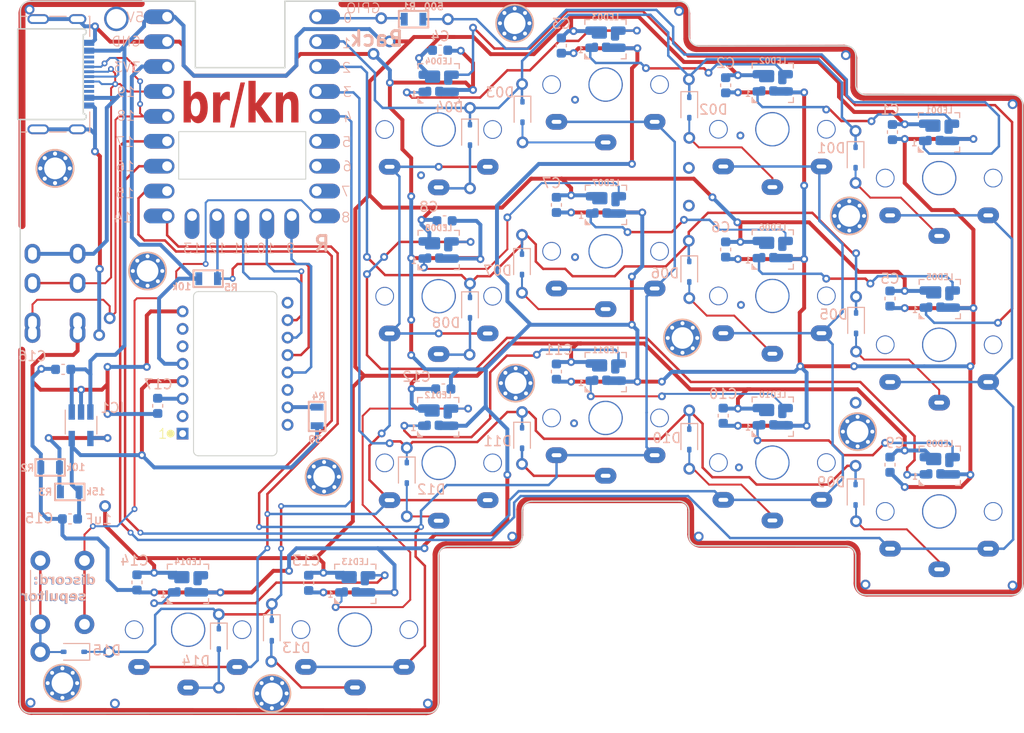
<source format=kicad_pcb>
(kicad_pcb (version 20240108) (generator "pcbnew") (generator_version "8.0")
  (title_block (title "pcb/cut-slope") (rev "v1.0.0") (company "Unknown"))
  (layers (0 "F.Cu" signal) (31 "B.Cu" signal) (34 "B.Paste" user) (35 "F.Paste" user) (36 "B.SilkS" user "B.Silkscreen") (37 "F.SilkS" user "F.Silkscreen") (38 "B.Mask" user) (39 "F.Mask" user) (44 "Edge.Cuts" user))
  (net 0 "")
  (net 1 "ROW0")
  (net 2 "ROW1")
  (net 3 "ROW2")
  (net 4 "COL0")
  (net 5 "COL1")
  (net 6 "COL2")
  (net 7 "COL3")
  (net 8 "Net-(D11-Pad2)")
  (net 9 "Net-(D12-Pad2)")
  (net 10 "ROW3")
  (net 11 "Net-(D01-Pad2)")
  (net 12 "Net-(D02-Pad2)")
  (net 13 "Net-(D03-Pad2)")
  (net 14 "Net-(D04-Pad2)")
  (net 15 "Net-(D05-Pad2)")
  (net 16 "Net-(D06-Pad2)")
  (net 17 "Net-(D07-Pad2)")
  (net 18 "Net-(D08-Pad2)")
  (net 19 "Net-(D09-Pad2)")
  (net 20 "Net-(D10-Pad2)")
  (net 21 "Net-(D13-Pad2)")
  (net 22 "Net-(D14-Pad2)")
  (net 23 "GND")
  (net 24 "LED")
  (net 25 "Net-(LED10-DOUT)")
  (net 26 "Net-(LED11-DOUT)")
  (net 27 "Net-(LED13-DOUT)")
  (net 28 "Net-(U3-VDDPIX)")
  (net 31 "2V")
  (net 32 "5V")
  (net 33 "Net-(D15-Pad2)")
  (net 34 "Net-(LED01-DIN)")
  (net 35 "Net-(LED12-DOUT)")
  (net 37 "Net-(LED01-DOUT)")
  (net 38 "Net-(LED02-DOUT)")
  (net 39 "Net-(LED03-DOUT)")
  (net 40 "Net-(LED04-DOUT)")
  (net 41 "Net-(LED05-DOUT)")
  (net 42 "Net-(LED06-DOUT)")
  (net 43 "Net-(LED07-DOUT)")
  (net 44 "Net-(LED08-DOUT)")
  (net 45 "Net-(LED09-DOUT)")
  (net 46 "Net-(IC1-ADJ)")
  (net 48 "TX")
  (net 49 "RX")
  (net 50 "COL4")
  (net 54 "Net-(U3-LED_P)")
  (net 55 "MISO")
  (net 56 "3V3")
  (net 58 "NCS")
  (net 59 "SCK")
  (net 60 "MOSI")
  (footprint "miketronic_fplib:MB_MountingHole_M2" (layer "F.Cu") (at 165.65 46.5)
    (property "Reference" "REF**" (hide yes))
    (property "Value" "MB_MountingHole_M2" (hide yes))
  )
  (footprint "" (layer "F.Cu") (at 224 65.55)
    (property "Reference" "")
    (property "Value" "")
  )
  (footprint "" (layer "F.Cu") (at 193.5 48.8)
    (property "Reference" "")
    (property "Value" "")
  )
  (footprint "" (layer "F.Cu") (at 224 61.7)
    (property "Reference" "")
    (property "Value" "")
  )
  (footprint "" (layer "F.Cu") (at 157.89 111.08)
    (property "Reference" "")
    (property "Value" "")
  )
  (footprint "miketronic_fplib:MB_rp2040-zero-001" (layer "F.Cu") (at 178.440478 56.445769)
    (property "Reference" "U1" (hide yes))
    (property "Value" "rp2040-zero" (hide yes))
  )
  (footprint "miketronic_fplib:MB_PMW3360" (layer "F.Cu") (at 177.929807 84.095728)
    (property "Reference" "U3" (hide yes))
    (property "Value" "PMW3360DM-T2QU" (hide yes))
    (fp_line (start -4.417194 6.470001) (end -4.417194 -9.279999) (stroke (width 0.1)) (layer "Edge.Cuts"))
    (fp_line (start -3.917194 -9.779999) (end 3.582806 -9.779999) (stroke (width 0.1)) (layer "Edge.Cuts"))
    (fp_line (start -3.917194 6.970001) (end 3.582806 6.970001) (stroke (width 0.1)) (layer "Edge.Cuts"))
    (fp_line (start 4.082806 -9.279999) (end 4.082806 6.470001) (stroke (width 0.1)) (layer "Edge.Cuts"))
    (fp_arc (start -4.417194 -9.279999) (mid -4.270747 -9.633552) (end -3.917194 -9.779999) (stroke (width 0.1)) (layer "Edge.Cuts"))
    (fp_arc (start -3.917194 6.970001) (mid -4.270751 6.823558) (end -4.417194 6.470001) (stroke (width 0.1)) (layer "Edge.Cuts"))
    (fp_arc (start 3.582806 -9.779999) (mid 3.936343 -9.633538) (end 4.082806 -9.279999) (stroke (width 0.1)) (layer "Edge.Cuts"))
    (fp_arc (start 4.082806 6.470001) (mid 3.936359 6.823556) (end 3.582806 6.970001) (stroke (width 0.1)) (layer "Edge.Cuts"))
  )
  (footprint "" (layer "F.Cu") (at 164.5 96.2)
    (property "Reference" "")
    (property "Value" "")
  )
  (footprint "" (layer "F.Cu") (at 241 85.65)
    (property "Reference" "")
    (property "Value" "")
  )
  (footprint "" (layer "F.Cu") (at 191.855 50.07)
    (property "Reference" "")
    (property "Value" "")
  )
  (footprint "Capacitor_SMD:C_0603_1608Metric" (layer "B.Cu") (at 227.75 70.025 90)
    (property "Reference" "C6")
    (property "Value" "1uF")
  )
  (footprint "Diode_SMD:D_SOD-323" (layer "B.Cu") (at 176.090478 109.735769 -90)
    (property "Reference" "D14")
    (property "Value" "D")
  )
  (footprint "miketronic_fplib:MB_MountingHole_2.2mm_M2_Pad_Via" (layer "B.Cu") (at 241.199042 88.6 180)
    (property "Reference" "REF**" (hide yes))
    (property "Value" "M2_Pad")
  )
  (footprint "Capacitor_SMD:C_0603_1608Metric" (layer "B.Cu") (at 227.75 53.275 90)
    (property "Reference" "C2")
    (property "Value" "1uF")
  )
  (footprint "miketronic_fplib:MB_KailhChoc-1U_rev_17mm_oval" (layer "B.Cu") (at 173.663232 111.502659 180)
    (property "Reference" "SW14")
    (property "Value" "SW")
  )
  (footprint "Diode_SMD:D_SOD-323" (layer "B.Cu") (at 224.040478 72.285769 -90)
    (property "Reference" "D06")
    (property "Value" "D")
  )
  (footprint "Capacitor_SMD:C_0603_1608Metric" (layer "B.Cu") (at 211 49.225 90)
    (property "Reference" "C3")
    (property "Value" "1uF")
  )
  (footprint "miketronic_fplib:MB_VIA-.6mm" (layer "B.Cu") (at 205.999042 99.3 180)
    (property "Reference" "REF**" (hide yes))
    (property "Value" "MB_VIA-.6mm" (hide yes))
  )
  (footprint "Keebio-Parts:R_0805" (layer "B.Cu") (at 186.109807 87.05 90)
    (property "Reference" "R4")
    (property "Value" "39")
  )
  (footprint "miketronic_fplib:MB_MountingHole_2.2mm_M2_Pad_Via" (layer "B.Cu") (at 181.499042 115.3 180)
    (property "Reference" "REF**" (hide yes))
    (property "Value" "M2_Pad")
  )
  (footprint "" (layer "B.Cu") (at 192.640478 46.435769 180)
    (property "Reference" "")
    (property "Value" "")
  )
  (footprint "miketronic_fplib:MB_KailhChoc-1U_rev_17mm_oval" (layer "B.Cu") (at 250.21235 82.440283 180)
    (property "Reference" "SW05")
    (property "Value" "SW")
  )
  (footprint "" (layer "B.Cu") (at 201.690478 55.585769 165)
    (property "Reference" "")
    (property "Value" "")
  )
  (footprint "Capacitor_SMD:C_0603_1608Metric" (layer "B.Cu") (at 185.25 104.025 90)
    (property "Reference" "C13")
    (property "Value" "1uF")
  )
  (footprint "Capacitor_SMD:C_0603_1608Metric" (layer "B.Cu") (at 198.649042 49.7 180)
    (property "Reference" "C4")
    (property "Value" "1uF")
  )
  (footprint "" (layer "B.Cu") (at 181.440478 112.05 165)
    (property "Reference" "")
    (property "Value" "")
  )
  (footprint "" (layer "B.Cu") (at 163.899042 78.75 180)
    (property "Reference" "")
    (property "Value" "")
  )
  (footprint "miketronic_fplib:MB_VIA-.6mm" (layer "B.Cu") (at 256.999042 55.2 180)
    (property "Reference" "REF**" (hide yes))
    (property "Value" "MB_VIA-.6mm" (hide yes))
  )
  (footprint "Diode_SMD:D_SOD-323" (layer "B.Cu") (at 206.990478 71.535769 -90)
    (property "Reference" "D07")
    (property "Value" "D")
  )
  (footprint "" (layer "B.Cu") (at 164.969042 77.03 180)
    (property "Reference" "")
    (property "Value" "")
  )
  (footprint "Keebio-Parts:R_0805" (layer "B.Cu") (at 160.899042 94.75)
    (property "Reference" "R3")
    (property "Value" "15k")
  )
  (footprint "" (layer "B.Cu") (at 224 52.675 165)
    (property "Reference" "")
    (property "Value" "")
  )
  (footprint "miketronic_fplib:MB_TRRS-PJ-320A" (layer "B.Cu") (at 159.399042 67.25 180)
    (property "Reference" "U2" (hide yes))
    (property "Value" "TRRS" (hide yes))
  )
  (footprint "miketronic_fplib:MB_VIA-.6mm" (layer "B.Cu") (at 165.499042 116.335769 180)
    (property "Reference" "REF**" (hide yes))
    (property "Value" "MB_VIA-.6mm" (hide yes))
  )
  (footprint "Keebio-Parts:R_0805" (layer "B.Cu") (at 195.940478 46.535769)
    (property "Reference" "R1")
    (property "Value" "500")
  )
  (footprint "" (layer "B.Cu") (at 195.25 90.25 165)
    (property "Reference" "")
    (property "Value" "")
  )
  (footprint "" (layer "B.Cu") (at 201.690478 63.785769 165)
    (property "Reference" "")
    (property "Value" "")
  )
  (footprint "" (layer "B.Cu") (at 241.040478 97.735769 165)
    (property "Reference" "")
    (property "Value" "")
  )
  (footprint "" (layer "B.Cu") (at 206.990478 91.9 165)
    (property "Reference" "")
    (property "Value" "")
  )
  (footprint "" (layer "B.Cu") (at 176.090478 114.715769 165)
    (property "Reference" "")
    (property "Value" "")
  )
  (footprint "miketronic_fplib:MB_SK6812_Mini" (layer "B.Cu") (at 232.549042 53.025 180)
    (property "Reference" "LED02")
    (property "Value" "SK6812MINI")
  )
  (footprint "Capacitor_SMD:C_0603_1608Metric" (layer "B.Cu") (at 167.75 103.975 90)
    (property "Reference" "C14")
    (property "Value" "1uF")
  )
  (footprint "miketronic_fplib:MB_VIA-.6mm" (layer "B.Cu") (at 224.999042 99.3 180)
    (property "Reference" "REF**" (hide yes))
    (property "Value" "MB_VIA-.6mm" (hide yes))
  )
  (footprint "miketronic_fplib:MB_SK6812_Mini" (layer "B.Cu") (at 249.574042 92.08 180)
    (property "Reference" "LED09")
    (property "Value" "SK6812MINI")
  )
  (footprint "Diode_SMD:D_SOD-323" (layer "B.Cu") (at 181.490478 108.885769 -90)
    (property "Reference" "D13")
    (property "Value" "D")
  )
  (footprint "Capacitor_SMD:C_0603_1608Metric" (layer "B.Cu") (at 169.859807 85.970728 -90)
    (property "Reference" "C17")
    (property "Value" "4.7uF")
  )
  (footprint "miketronic_fplib:MB_VIA-.6mm" (layer "B.Cu") (at 197.399042 116.335769 180)
    (property "Reference" "REF**" (hide yes))
    (property "Value" "MB_VIA-.6mm" (hide yes))
  )
  (footprint "Capacitor_SMD:C_0603_1608Metric" (layer "B.Cu") (at 210.5 82.475 90)
    (property "Reference" "C11")
    (property "Value" "1uF")
  )
  (footprint "Diode_SMD:D_SOD-323" (layer "B.Cu") (at 201.690478 75.95 -90)
    (property "Reference" "D08")
    (property "Value" "D")
  )
  (footprint "" (layer "B.Cu") (at 241.040478 80.435769 165)
    (property "Reference" "")
    (property "Value" "")
  )
  (footprint "miketronic_fplib:MB_VIA-.6mm" (layer "B.Cu") (at 256.999042 104.3 180)
    (property "Reference" "REF**" (hide yes))
    (property "Value" "MB_VIA-.6mm" (hide yes))
  )
  (footprint "" (layer "B.Cu") (at 201.690478 73.5 165)
    (property "Reference" "")
    (property "Value" "")
  )
  (footprint "" (layer "B.Cu") (at 206.990478 68.535769 165)
    (property "Reference" "")
    (property "Value" "")
  )
  (footprint "miketronic_fplib:MB_KailhChoc-1U_rev_17mm_oval" (layer "B.Cu") (at 216.211817 72.903948 180)
    (property "Reference" "SW07")
    (property "Value" "SW")
  )
  (footprint "miketronic_fplib:MB_SK6812_Mini" (layer "B.Cu") (at 198.449042 87.125 180)
    (property "Reference" "LED12")
    (property "Value" "SK6812MINI")
  )
  (footprint "Capacitor_SMD:C_0603_1608Metric" (layer "B.Cu") (at 244.5 75.025 90)
    (property "Reference" "C5")
    (property "Value" "1uF")
  )
  (footprint "miketronic_fplib:MB_Molex-216990_USB_TYPE-C" (layer "B.Cu") (at 155.58419 52.144234 90)
    (property "Reference" "J1")
    (property "Value" "USB_C")
    (fp_line (start -4.62 0) (end 4.62 0) (stroke (width 0.12)) (layer "Edge.Cuts"))
    (fp_line (start -4.62 0) (end -4.62 6.7) (stroke (width 0.12)) (layer "Edge.Cuts"))
    (fp_line (start 4.62 6.7) (end 4.62 0) (stroke (width 0.12)) (layer "Edge.Cuts"))
    (fp_line (start -4.02 6.7) (end 4.02 6.7) (stroke (width 0.12)) (layer "Edge.Cuts"))
    (fp_arc (start 4.62 6.7) (mid 4.32 7) (end 4.02 6.7) (stroke (width 0.12)) (layer "Edge.Cuts"))
    (fp_arc (start -4.02 6.7) (mid -4.32 7) (end -4.62 6.7) (stroke (width 0.12)) (layer "Edge.Cuts"))
  )
  (footprint "miketronic_fplib:MB_KailhChoc-1U_rev_17mm_oval" (layer "B.Cu") (at 216.211818 55.903948 180)
    (property "Reference" "SW03")
    (property "Value" "SW")
  )
  (footprint "miketronic_fplib:MB_KailhChoc-1U_rev_17mm_oval" (layer "B.Cu") (at 233.212112 77.459163 180)
    (property "Reference" "SW06")
    (property "Value" "SW")
  )
  (footprint "miketronic_fplib:MB_MountingHole_2.2mm_M2_Pad_Via" (layer "B.Cu") (at 206.349042 83.65 180)
    (property "Reference" "REF**" (hide yes))
    (property "Value" "M2_Pad")
  )
  (footprint "miketronic_fplib:MB_KailhChoc-1U_rev_17mm_oval" (layer "B.Cu") (at 233.212111 94.459164 180)
    (property "Reference" "SW10")
    (property "Value" "SW")
  )
  (footprint "miketronic_fplib:MB_SK6812_Mini" (layer "B.Cu") (at 232.549042 87.075 180)
    (property "Reference" "LED10")
    (property "Value" "SK6812MINI")
  )
  (footprint "Capacitor_SMD:C_0603_1608Metric" (layer "B.Cu") (at 244.75 58.05 90)
    (property "Reference" "C1")
    (property "Value" "1uF")
  )
  (footprint "miketronic_fplib:MB_SK6812_Mini" (layer "B.Cu") (at 198.499042 53.075 180)
    (property "Reference" "LED04")
    (property "Value" "SK6812MINI")
  )
  (footprint "" (layer "B.Cu") (at 240.990478 92.085769 165)
    (property "Reference" "")
    (property "Value" "")
  )
  (footprint "miketronic_fplib:MB_VIA-.6mm" (layer "B.Cu") (at 222.999042 45.7 180)
    (property "Reference" "REF**" (hide yes))
    (property "Value" "MB_VIA-.6mm" (hide yes))
  )
  (footprint "miketronic_fplib:MB_KailhChoc-1U_rev_17mm_oval" (layer "B.Cu") (at 250.212349 99.440284 180)
    (property "Reference" "SW09")
    (property "Value" "SW")
  )
  (footprint "miketronic_fplib:MB_MountingHole_2.2mm_M2_Pad_Via" (layer "B.Cu") (at 206.249042 46.95 180)
    (property "Reference" "REF**" (hide yes))
    (property "Value" "M2_Pad")
  )
  (footprint "Capacitor_SMD:C_0603_1608Metric" (layer "B.Cu") (at 210.5 65.475 90)
    (property "Reference" "C7")
    (property "Value" "1uF")
  )
  (footprint "" (layer "B.Cu") (at 224.040478 92.385769 165)
    (property "Reference" "")
    (property "Value" "")
  )
  (footprint "" (layer "B.Cu") (at 224.040478 58.635769 165)
    (property "Reference" "")
    (property "Value" "")
  )
  (footprint "Keebio-Parts:R_0805" (layer "B.Cu") (at 175 73)
    (property "Reference" "R5")
    (property "Value" "10k")
  )
  (footprint "Diode_SMD:D_SOD-323" (layer "B.Cu") (at 201.690478 58.335769 -90)
    (property "Reference" "D04")
    (property "Value" "D")
  )
  (footprint "Capacitor_SMD:C_0603_1608Metric" (layer "B.Cu") (at 227.5 86.975 90)
    (property "Reference" "C10")
    (property "Value" "1uF")
  )
  (footprint "miketronic_fplib:MB_SK6812_Mini" (layer "B.Cu") (at 249.574042 75.08 180)
    (property "Reference" "LED05")
    (property "Value" "SK6812MINI")
  )
  (footprint "Diode_SMD:D_SOD-323" (layer "B.Cu") (at 240.990478 60.635769 -90)
    (property "Reference" "D01")
    (property "Value" "D")
  )
  (footprint "" (layer "B.Cu") (at 201.649042 80.75 165)
    (property "Reference" "")
    (property "Value" "")
  )
  (footprint "miketronic_fplib:MB_KailhChoc-1U_rev_17mm_oval" (layer "B.Cu") (at 190.663467 111.494157 180)
    (property "Reference" "SW13")
    (property "Value" "SW")
  )
  (footprint "Diode_SMD:D_SOD-323" (layer "B.Cu") (at 224.040478 89.385769 -90)
    (property "Reference" "D10")
    (property "Value" "D")
  )
  (footprint "" (layer "B.Cu") (at 241.040478 74.835769 165)
    (property "Reference" "")
    (property "Value" "")
  )
  (footprint "miketronic_fplib:MB_VIA-.6mm" (layer "B.Cu") (at 156.899042 116.25 180)
    (property "Reference" "REF**" (hide yes))
    (property "Value" "MB_VIA-.6mm" (hide yes))
  )
  (footprint "Capacitor_SMD:C_0603_1608Metric" (layer "B.Cu") (at 160.225 82.25 180)
    (property "Reference" "C16")
    (property "Value" "1uF")
  )
  (footprint "miketronic_fplib:MB_SK6812_Mini" (layer "B.Cu") (at 232.549042 70.025 180)
    (property "Reference" "LED06")
    (property "Value" "SK6812MINI")
  )
  (footprint "miketronic_fplib:MB_KailhChoc-1U_rev_17mm_oval" (layer "B.Cu") (at 199.199265 94.487819 180)
    (property "Reference" "SW12")
    (property "Value" "SW")
  )
  (footprint "miketronic_fplib:MB_KailhChoc-1U_rev_17mm_oval" (layer "B.Cu") (at 199.199265 77.487819 180)
    (property "Reference" "SW08")
    (property "Value" "SW")
  )
  (footprint "miketronic_fplib:MB_KailhChoc-1U_rev_17mm_oval" (layer "B.Cu") (at 216.211816 89.903949 180)
    (property "Reference" "SW11")
    (property "Value" "SW")
  )
  (footprint "miketronic_fplib:MB_SK6812_Mini" (layer "B.Cu") (at 215.549042 65.475 180)
    (property "Reference" "LED07")
    (property "Value" "SK6812MINI")
  )
  (footprint "" (layer "B.Cu") (at 206.999042 53.15 165)
    (property "Reference" "")
    (property "Value" "")
  )
  (footprint "" (layer "B.Cu") (at 195.25 97.25 165)
    (property "Reference" "")
    (property "Value" "")
  )
  (footprint "" (layer "B.Cu") (at 164.91 111.06 165)
    (property "Reference" "")
    (property "Value" "")
  )
  (footprint "Keebio-Parts:R_0805" (layer "B.Cu") (at 158.899042 92.25 180)
    (property "Reference" "R2")
    (property "Value" "10k")
  )
  (footprint "Diode_SMD:D_SOD-323" (layer "B.Cu") (at 241.040478 77.535769 -90)
    (property "Reference" "D05")
    (property "Value" "D")
  )
  (footprint "miketronic_fplib:MB_SK6812_Mini" (layer "B.Cu") (at 215.499042 48.575 180)
    (property "Reference" "LED03")
    (property "Value" "SK6812MINI")
  )
  (footprint "Diode_SMD:D_SOD-323" (layer "B.Cu") (at 240.990478 95.035769 -90)
    (property "Reference" "D09")
    (property "Value" "D")
  )
  (footprint "Capacitor_SMD:C_0603_1608Metric" (layer "B.Cu") (at 160.924042 97.5 180)
    (property "Reference" "C15")
    (property "Value" "1uF")
  )
  (footprint "" (layer "B.Cu") (at 224.040478 74.985769 165)
    (property "Reference" "")
    (property "Value" "")
  )
  (footprint "" (layer "B.Cu") (at 199.440478 46.535769 180)
    (property "Reference" "")
    (property "Value" "")
  )
  (footprint "miketronic_fplib:MB_SK6812_Mini" (layer "B.Cu") (at 198.499042 70.075 180)
    (property "Reference" "LED08")
    (property "Value" "SK6812MINI")
  )
  (footprint "miketronic_fplib:MB_KailhChoc-1U_rev_17mm_oval" (layer "B.Cu") (at 233.212111 60.459164 180)
    (property "Reference" "SW02")
    (property "Value" "SW")
  )
  (footprint "Diode_SMD:D_SOD-323" (layer "B.Cu") (at 161.32 111.06 180)
    (property "Reference" "D15")
    (property "Value" "D")
  )
  (footprint "miketronic_fplib:MB_SK6812_Mini" (layer "B.Cu") (at 215.524042 82.53 180)
    (property "Reference" "LED11")
    (property "Value" "SK6812MINI")
  )
  (footprint "miketronic_fplib:MB_MountingHole_2.2mm_M2_Pad_Via" (layer "B.Cu") (at 160.149042 114.25 180)
    (property "Reference" "REF**" (hide yes))
    (property "Value" "M2_Pad" (hide yes))
  )
  (footprint "" (layer "B.Cu") (at 207.049042 59.1 165)
    (property "Reference" "")
    (property "Value" "")
  )
  (footprint "miketronic_fplib:MB_MountingHole_2.2mm_M2_Pad_Via" (layer "B.Cu") (at 240.349042 66.6 180)
    (property "Reference" "REF**" (hide yes))
    (property "Value" "M2_Pad")
  )
  (footprint "" (layer "B.Cu") (at 224.040478 86.435769 165)
    (property "Reference" "")
    (property "Value" "")
  )
  (footprint "Diode_SMD:D_SOD-323" (layer "B.Cu") (at 195.25 92.8 -90)
    (property "Reference" "D12")
    (property "Value" "D")
  )
  (footprint "Capacitor_SMD:C_0603_1608Metric" (layer "B.Cu") (at 199.099042 67.1 180)
    (property "Reference" "C8")
    (property "Value" "1uF")
  )
  (footprint "miketronic_fplib:MB_SK6812_Mini" (layer "B.Cu") (at 172.949042 104.125 180)
    (property "Reference" "LED14")
    (property "Value" "SK6812MINI")
  )
  (footprint "miketronic_fplib:MB_SK6812_Mini" (layer "B.Cu") (at 189.999042 104.125 180)
    (property "Reference" "LED13")
    (property "Value" "SK6812MINI")
  )
  (footprint "miketronic_fplib:MB_SK6812_Mini" (layer "B.Cu") (at 249.499042 58.075 180)
    (property "Reference" "LED01")
    (property "Value" "SK6812MINI")
  )
  (footprint "miketronic_fplib:MB_MountingHole_2.2mm_M2_Pad_Via" (layer "B.Cu") (at 159.399042 61.75 180)
    (property "Reference" "REF**" (hide yes))
    (property "Value" "M2_Pad" (hide yes))
  )
  (footprint "" (layer "B.Cu") (at 181.490478 106.185769 165)
    (property "Reference" "")
    (property "Value" "")
  )
  (footprint "" (layer "B.Cu") (at 206.990478 74.435769 165)
    (property "Reference" "")
    (property "Value" "")
  )
  (footprint "Diode_SMD:D_SOD-323" (layer "B.Cu") (at 206.999042 89.25 -90)
    (property "Reference" "D11")
    (property "Value" "D")
  )
  (footprint "miketronic_fplib:MB_KailhChoc-1U_rev_17mm_oval" (layer "B.Cu") (at 199.199264 60.48782 180)
    (property "Reference" "SW04")
    (property "Value" "SW")
  )
  (footprint "miketronic_fplib:MB_VIA-.6mm" (layer "B.Cu") (at 239.999042 50.2 180)
    (property "Reference" "REF**" (hide yes))
    (property "Value" "MB_VIA-.6mm" (hide yes))
  )
  (footprint "" (layer "B.Cu") (at 223.990478 69.135769 165)
    (property "Reference" "")
    (property "Value" "")
  )
  (footprint "Diode_SMD:D_SOD-323" (layer "B.Cu") (at 224.040478 55.535769 -90)
    (property "Reference" "D02")
    (property "Value" "D")
  )
  (footprint "" (layer "B.Cu") (at 240.990478 57.935769 165)
    (property "Reference" "")
    (property "Value" "")
  )
  (footprint "" (layer "B.Cu") (at 240.990478 63.235769 165)
    (property "Reference" "")
    (property "Value" "")
  )
  (footprint "Capacitor_SMD:C_0603_1608Metric" (layer "B.Cu") (at 244.5 91.975 90)
    (property "Reference" "C9")
    (property "Value" "1uF")
  )
  (footprint "" (layer "B.Cu") (at 206.999042 86.6 165)
    (property "Reference" "")
    (property "Value" "")
  )
  (footprint "Capacitor_SMD:C_0603_1608Metric" (layer "B.Cu") (at 198.974042 84.25 180)
    (property "Reference" "C12")
    (property "Value" "1uF")
  )
  (footprint "" (layer "B.Cu") (at 176.090478 107.235769 165)
    (property "Reference" "")
    (property "Value" "")
  )
  (footprint "miketronic_fplib:MB_VIA-.6mm" (layer "B.Cu") (at 241.999042 104.2 180)
    (property "Reference" "REF**" (hide yes))
    (property "Value" "MB_VIA-.6mm" (hide yes))
  )
  (footprint "miketronic_fplib:MB_VIA-.6mm" (layer "B.Cu") (at 156.799042 45.55 180)
    (property "Reference" "REF**" (hide yes))
    (property "Value" "MB_VIA-.6mm" (hide yes))
  )
  (footprint "Package_TO_SOT_SMD:SOT-23-5_HandSoldering" (layer "B.Cu") (at 162.05 87.95 -90)
    (property "Reference" "IC1")
    (property "Value" "AP7335-WG-7" (hide yes))
  )
  (footprint "miketronic_fplib:MB_6x6_SW" (layer "B.Cu") (at 157.899042 101.75 -90)
    (property "Reference" "SW15" (hide yes))
    (property "Value" "SW" (hide yes))
  )
  (footprint "Diode_SMD:D_SOD-323" (layer "B.Cu") (at 207.040478 56 -90)
    (property "Reference" "D03")
    (property "Value" "D")
  )
  (footprint "miketronic_fplib:MB_KailhChoc-1U_rev_17mm_oval" (layer "B.Cu") (at 250.21235 65.440284 180)
    (property "Reference" "SW01")
    (property "Value" "SW")
  )
  (footprint "miketronic_fplib:MB_MountingHole_2.2mm_M2_Pad_Via" (layer "B.Cu") (at 223.349042 79.05 180)
    (property "Reference" "REF**" (hide yes))
    (property "Value" "M2_Pad")
  )
  (footprint "miketronic_fplib:MB_MountingHole_2.2mm_M2_Pad_Via" (layer "B.Cu") (at 159.399042 61.75 180)
    (property "Reference" "REF**" (hide yes))
    (property "Value" "M2_Pad" (hide yes))
  )
  (gr_line (start 156.030781 45.94487) (end 156.034936 67.590951) (stroke (width 0.7)) (layer "F.Cu"))
  (gr_line (start 223.181017 95.536796) (end 207.769869 95.546896) (stroke (width 0.7)) (layer "F.Cu"))
  (gr_line (start 206.765714 96.550815) (end 206.759936 99.140951) (stroke (width 0.7)) (layer "F.Cu"))
  (gr_line (start 205.755781 100.14487) (end 199.234936 100.140951) (stroke (width 0.7)) (layer "F.Cu"))
  (gr_line (start 241.140886 104.056012) (end 241.15398 101.075895) (stroke (width 0.7)) (layer "F.Cu"))
  (gr_line (start 156.009936 80.290951) (end 155.990881 116.131018) (stroke (width 0.7)) (layer "F.Cu"))
  (gr_arc (start 198.229158 116.162032) (mid 197.934961 116.87192) (end 197.225003 117.165951) (stroke (width 0.7)) (layer "F.Cu"))
  (gr_arc (start 156.9948 117.135173) (mid 156.284917 116.840968) (end 155.990881 116.131018) (stroke (width 0.7)) (layer "F.Cu"))
  (gr_line (start 225.1948 100.085173) (end 240.131017 100.086796) (stroke (width 0.7)) (layer "F.Cu"))
  (gr_arc (start 242.144805 105.060167) (mid 241.434924 104.765963) (end 241.140886 104.056012) (stroke (width 0.7)) (layer "F.Cu"))
  (gr_line (start 222.775067 44.971733) (end 188.634936 44.965951) (stroke (width 0.7)) (layer "F.Cu"))
  (gr_line (start 224.184936 96.540951) (end 224.190881 99.081018) (stroke (width 0.7)) (layer "F.Cu"))
  (gr_arc (start 240.150061 100.07174) (mid 240.859944 100.365943) (end 241.15398 101.075895) (stroke (width 0.7)) (layer "F.Cu"))
  (gr_line (start 257.804153 104.056081) (end 257.828986 55.525889) (stroke (width 0.7)) (layer "F.Cu"))
  (gr_arc (start 241.809936 54.490951) (mid 241.100052 54.196748) (end 240.806017 53.486795) (stroke (width 0.7)) (layer "F.Cu"))
  (gr_line (start 224.794805 49.535169) (end 239.800067 49.496733) (stroke (width 0.7)) (layer "F.Cu"))
  (gr_arc (start 256.825067 54.521733) (mid 257.534948 54.815939) (end 257.828986 55.525889) (stroke (width 0.7)) (layer "F.Cu"))
  (gr_line (start 168.184936 44.940951) (end 157.034936 44.940951) (stroke (width 0.7)) (layer "F.Cu"))
  (gr_arc (start 156.030781 45.94487) (mid 156.324984 45.234971) (end 157.034936 44.940951) (stroke (width 0.7)) (layer "F.Cu"))
  (gr_arc (start 206.759936 99.140951) (mid 206.465733 99.850834) (end 205.755781 100.14487) (stroke (width 0.7)) (layer "F.Cu"))
  (gr_line (start 198.230781 101.14487) (end 198.229158 116.162032) (stroke (width 0.7)) (layer "F.Cu"))
  (gr_arc (start 223.181017 95.536796) (mid 223.890889 95.83101) (end 224.184936 96.540951) (stroke (width 0.7)) (layer "F.Cu"))
  (gr_line (start 223.778986 45.975889) (end 223.790886 48.531013) (stroke (width 0.7)) (layer "F.Cu"))
  (gr_arc (start 224.794805 49.535169) (mid 224.084924 49.240963) (end 223.790886 48.531013) (stroke (width 0.7)) (layer "F.Cu"))
  (gr_arc (start 239.800067 49.496733) (mid 240.509948 49.790939) (end 240.803986 50.500889) (stroke (width 0.7)) (layer "F.Cu"))
  (gr_line (start 156.9948 117.135173) (end 197.225003 117.165951) (stroke (width 0.7)) (layer "F.Cu"))
  (gr_arc (start 257.804153 104.056081) (mid 257.509948 104.765962) (end 256.799998 105.06) (stroke (width 0.7)) (layer "F.Cu"))
  (gr_arc (start 222.775067 44.971733) (mid 223.484948 45.265939) (end 223.778986 45.975889) (stroke (width 0.7)) (layer "F.Cu"))
  (gr_line (start 240.803986 50.500889) (end 240.806017 53.486795) (stroke (width 0.7)) (layer "F.Cu"))
  (gr_arc (start 225.1948 100.085173) (mid 224.484921 99.790967) (end 224.190881 99.081018) (stroke (width 0.7)) (layer "F.Cu"))
  (gr_line (start 241.809936 54.490951) (end 256.825067 54.521733) (stroke (width 0.7)) (layer "F.Cu"))
  (gr_arc (start 198.230781 101.14487) (mid 198.525015 100.435018) (end 199.234936 100.140951) (stroke (width 0.7)) (layer "F.Cu"))
  (gr_line (start 242.144805 105.060167) (end 256.799998 105.06) (stroke (width 0.7)) (layer "F.Cu"))
  (gr_arc (start 206.765714 96.550815) (mid 207.05992 95.840936) (end 207.769869 95.546896) (stroke (width 0.7)) (layer "F.Cu"))
  (gr_arc (start 223.016668 44.708426) (mid 223.726544 45.002644) (end 224.020587 45.712581) (stroke (width 0.15)) (layer "Edge.Cuts"))
  (gr_line (start 173.7 44.7) (end 173.7 51.475) (stroke (width 0.15)) (layer "Edge.Cuts"))
  (gr_arc (start 239.998847 100.256382) (mid 240.708717 100.550596) (end 241.002766 101.260537) (stroke (width 0.15)) (layer "Edge.Cuts"))
  (gr_arc (start 242.006343 105.24102) (mid 241.296468 104.946808) (end 241.002424 104.236864) (stroke (width 0.15)) (layer "Edge.Cuts"))
  (gr_line (start 258.023203 55.252711) (end 258.017143 104.238837) (stroke (width 0.15)) (layer "Edge.Cuts"))
  (gr_line (start 182.825 44.7) (end 182.825 51.475) (stroke (width 0.15)) (layer "Edge.Cuts"))
  (gr_arc (start 198.459047 101.295199) (mid 198.753226 100.58527) (end 199.463202 100.29128) (stroke (width 0.15)) (layer "Edge.Cuts"))
  (gr_arc (start 162.280968 47.525236) (mid 162.580968 47.825236) (end 162.280968 48.125236) (stroke (width 0.15)) (layer "Edge.Cuts"))
  (gr_arc (start 206.999157 96.701229) (mid 207.293361 95.991349) (end 208.003312 95.697309) (stroke (width 0.15)) (layer "Edge.Cuts"))
  (gr_line (start 198.459047 101.295199) (end 198.457846 116.291669) (stroke (width 0.15)) (layer "Edge.Cuts"))
  (gr_line (start 205.996892 100.287184) (end 199.463202 100.29128) (stroke (width 0.15)) (layer "Edge.Cuts"))
  (gr_line (start 156.869042 44.7) (end 173.7 44.7) (stroke (width 0.15)) (layer "Edge.Cuts"))
  (gr_line (start 241.014407 50.265578) (end 241.012047 53.247288) (stroke (width 0.15)) (layer "Edge.Cuts"))
  (gr_arc (start 156.838785 117.307025) (mid 156.128873 117.012851) (end 155.834866 116.30287) (stroke (width 0.15)) (layer "Edge.Cuts"))
  (gr_arc (start 225.02355 49.273393) (mid 224.31368 48.979182) (end 224.019631 48.269237) (stroke (width 0.15)) (layer "Edge.Cuts"))
  (gr_arc (start 155.864887 45.703919) (mid 156.15912 44.994064) (end 156.869042 44.7) (stroke (width 0.15)) (layer "Edge.Cuts"))
  (gr_arc (start 162.280968 56.165236) (mid 162.580968 56.465236) (end 162.280968 56.765236) (stroke (width 0.15)) (layer "Edge.Cuts"))
  (gr_arc (start 242.015967 54.251444) (mid 241.306068 53.957242) (end 241.012047 53.247288) (stroke (width 0.15)) (layer "Edge.Cuts"))
  (gr_line (start 239.998847 100.256382) (end 225.015383 100.253863) (stroke (width 0.15)) (layer "Edge.Cuts"))
  (gr_line (start 241.002766 101.260537) (end 241.002424 104.236864) (stroke (width 0.15)) (layer "Edge.Cuts"))
  (gr_line (start 155.849042 56.765) (end 155.834866 116.30287) (stroke (width 0.15)) (layer "Edge.Cuts"))
  (gr_line (start 197.453691 117.295588) (end 156.838785 117.307025) (stroke (width 0.15)) (layer "Edge.Cuts"))
  (gr_arc (start 198.457846 116.291669) (mid 198.163614 117.001528) (end 197.453691 117.295588) (stroke (width 0.15)) (layer "Edge.Cuts"))
  (gr_arc (start 240.010488 49.261423) (mid 240.720382 49.555619) (end 241.014407 50.265578) (stroke (width 0.15)) (layer "Edge.Cuts"))
  (gr_line (start 240.010488 49.261423) (end 225.02355 49.273393) (stroke (width 0.15)) (layer "Edge.Cuts"))
  (gr_line (start 224.013425 96.70308) (end 224.011464 99.249708) (stroke (width 0.15)) (layer "Edge.Cuts"))
  (gr_line (start 223.016668 44.708426) (end 182.825 44.7) (stroke (width 0.15)) (layer "Edge.Cuts"))
  (gr_arc (start 223.010392 95.694096) (mid 223.720228 95.988327) (end 224.014311 96.698251) (stroke (width 0.15)) (layer "Edge.Cuts"))
  (gr_line (start 257.012988 105.242756) (end 242.006343 105.24102) (stroke (width 0.15)) (layer "Edge.Cuts"))
  (gr_arc (start 257.019284 54.248555) (mid 257.72914 54.542781) (end 258.023203 55.252711) (stroke (width 0.15)) (layer "Edge.Cuts"))
  (gr_line (start 155.880968 56.765236) (end 155.849042 56.765) (stroke (width 0.15)) (layer "Edge.Cuts"))
  (gr_line (start 162.280968 56.165236) (end 162.280968 48.125236) (stroke (width 0.15)) (layer "Edge.Cuts"))
  (gr_line (start 155.880968 56.765236) (end 162.280968 56.765236) (stroke (width 0.15)) (layer "Edge.Cuts"))
  (gr_line (start 182.825 51.475) (end 173.7 51.475) (stroke (width 0.15)) (layer "Edge.Cuts"))
  (gr_line (start 155.865123 45.704155) (end 155.880968 47.525236) (stroke (width 0.15)) (layer "Edge.Cuts"))
  (gr_rect (start 172 58) (end 184.95 62.85) (stroke (width 0.1)) (fill none) (layer "Edge.Cuts"))
  (gr_arc (start 258.017143 104.238837) (mid 257.722952 104.948745) (end 257.012988 105.242756) (stroke (width 0.15)) (layer "Edge.Cuts"))
  (gr_line (start 162.280968 47.525236) (end 155.880968 47.525236) (stroke (width 0.15)) (layer "Edge.Cuts"))
  (gr_line (start 223.010392 95.694096) (end 208.003312 95.697309) (stroke (width 0.15)) (layer "Edge.Cuts"))
  (gr_arc (start 207.001047 99.283265) (mid 206.706817 99.993127) (end 205.996892 100.287184) (stroke (width 0.15)) (layer "Edge.Cuts"))
  (gr_line (start 224.020587 45.712581) (end 224.019631 48.269237) (stroke (width 0.15)) (layer "Edge.Cuts"))
  (gr_line (start 242.015967 54.251444) (end 257.019284 54.248555) (stroke (width 0.15)) (layer "Edge.Cuts"))
  (gr_arc (start 225.015383 100.253863) (mid 224.305532 99.959632) (end 224.011464 99.249708) (stroke (width 0.15)) (layer "Edge.Cuts"))
  (gr_line (start 206.999157 96.701229) (end 207.001047 99.283265) (stroke (width 0.15)) (layer "Edge.Cuts"))
  (gr_text "br/kn" (at 172.15 57.75 0) (layer "F.Cu") (effects (font (size 4 3) (thickness 0.75) (bold yes)) (justify left bottom)))
  (gr_text "discord: \n  sepultor" (at 163.5 106.05 0) (layer "B.Cu") (effects (font (size 1 1) (thickness 0.2) (bold yes)) (justify left bottom mirror)))
  (gr_text "discord: \n  sepultor" (at 163.55 106.01 0) (layer "B.SilkS") (effects (font (size 1 1) (thickness 0.2) (bold yes)) (justify left bottom mirror)))
  (gr_text "R" (at 187.55 70.3 0) (layer "B.SilkS") (effects (font (size 1.5 1.5) (thickness 0.3) (bold yes)) (justify left bottom mirror)))
  (gr_text "Back" (at 195.05 49.4 0) (layer "B.SilkS") (effects (font (size 1.5 1.5) (thickness 0.3) (bold yes)) (justify left bottom mirror)))
  (segment (start 239.599042 53) (end 237.234811 50.635769) (width 0.25) (layer "B.Cu") (net 1))
  (segment (start 192 52) (end 188.8 48.8) (width 0.25) (layer "B.Cu") (net 1))
  (segment (start 201.690478 55.585769) (end 192.785769 55.585769) (width 0.25) (layer "B.Cu") (net 1))
  (segment (start 221.899042 50.25) (end 221.899042 47.9) (width 0.25) (layer "B.Cu") (net 1))
  (segment (start 192 54.8) (end 192 52) (width 0.25) (layer "B.Cu") (net 1))
  (segment (start 201.690478 57.235769) (end 201.690478 55.585769) (width 0.25) (layer "B.Cu") (net 1))
  (segment (start 186.086247 48.8) (end 186.060478 48.825769) (width 0.25) (layer "B.Cu") (net 1))
  (segment (start 206.999042 53.2) (end 204.613273 55.585769) (width 0.25) (layer "B.Cu") (net 1))
  (segment (start 240.990478 57.935769) (end 239.599042 56.544333) (width 0.25) (layer "B.Cu") (net 1))
  (segment (start 206.999042 50.8) (end 206.999042 53.15) (width 0.25) (layer "B.Cu") (net 1))
  (segment (start 240.990478 57.935769) (end 240.990478 59.585769) (width 0.25) (layer "B.Cu") (net 1))
  (segment (start 204.613273 55.585769) (end 201.690478 55.585769) (width 0.25) (layer "B.Cu") (net 1))
  (segment (start 239.599042 56.544333) (end 239.599042 53) (width 0.25) (layer "B.Cu") (net 1))
  (segment (start 224.034811 52.385769) (end 221.899042 50.25) (width 0.25) (layer "B.Cu") (net 1))
  (segment (start 224.040478 52.385769) (end 224.034811 52.385769) (width 0.25) (layer "B.Cu") (net 1))
  (segment (start 225.790478 50.635769) (end 224.040478 52.385769) (width 0.25) (layer "B.Cu") (net 1))
  (segment (start 237.234811 50.635769) (end 225.790478 50.635769) (width 0.25) (layer "B.Cu") (net 1))
  (segment (start 224.040478 54.485769) (end 224.040478 52.385769) (width 0.25) (layer "B.Cu") (net 1))
  (segment (start 221.899042 47.9) (end 220.084811 46.085769) (width 0.25) (layer "B.Cu") (net 1))
  (segment (start 192.785769 55.585769) (end 192 54.8) (width 0.25) (layer "B.Cu") (net 1))
  (segment (start 220.084811 46.085769) (end 211.713273 46.085769) (width 0.25) (layer "B.Cu") (net 1))
  (segment (start 188.8 48.8) (end 186.086247 48.8) (width 0.25) (layer "B.Cu") (net 1))
  (segment (start 211.713273 46.085769) (end 206.999042 50.8) (width 0.25) (layer "B.Cu") (net 1))
  (segment (start 206.990478 53.158564) (end 206.990478 54.9) (width 0.25) (layer "B.Cu") (net 1))
  (segment (start 206.999042 53.15) (end 206.999042 53.2) (width 0.25) (layer "B.Cu") (net 1))
  (segment (start 203.75 72.75) (end 202.440478 72.75) (width 0.25) (layer "F.Cu") (net 2))
  (segment (start 208.399042 69.5) (end 207.434811 68.535769) (width 0.25) (layer "F.Cu") (net 2))
  (segment (start 206.990478 69.509522) (end 203.75 72.75) (width 0.25) (layer "F.Cu") (net 2))
  (segment (start 193.040478 72.635769) (end 191.190478 70.785769) (width 0.25) (layer "F.Cu") (net 2))
  (segment (start 236.584811 66.285769) (end 225.940478 66.285769) (width 0.25) (layer "F.Cu") (net 2))
  (segment (start 202.440478 72.75) (end 201.690478 73.5) (width 0.25) (layer "F.Cu") (net 2))
  (segment (start 223.990478 68.235769) (end 223.990478 69.135769) (width 0.25) (layer "F.Cu") (net 2))
  (segment (start 201.690478 73.5) (end 200.826247 72.635769) (width 0.25) (layer "F.Cu") (net 2))
  (segment (start 223.990478 69.135769) (end 223.990478 69.408564) (width 0.25) (layer "F.Cu") (net 2))
  (segment (start 221.649042 71.75) (end 217.449521 71.75) (width 0.25) (layer "F.Cu") (net 2))
  (segment (start 211.399042 72) (end 209.149042 72) (width 0.25) (layer "F.Cu") (net 2))
  (segment (start 223.990478 69.408564) (end 221.649042 71.75) (width 0.25) (layer "F.Cu") (net 2))
  (segment (start 225.940478 66.285769) (end 223.990478 68.235769) (width 0.25) (layer "F.Cu") (net 2))
  (segment (start 206.990478 68.535769) (end 206.990478 69.509522) (width 0.25) (layer "F.Cu") (net 2))
  (segment (start 217.449521 71.75) (end 216.449521 72.75) (width 0.25) (layer "F.Cu") (net 2))
  (segment (start 200.826247 72.635769) (end 193.040478 72.635769) (width 0.25) (layer "F.Cu") (net 2))
  (segment (start 212.149042 72.75) (end 211.399042 72) (width 0.25) (layer "F.Cu") (net 2))
  (segment (start 207.434811 68.535769) (end 206.990478 68.535769) (width 0.25) (layer "F.Cu") (net 2))
  (segment (start 240.699042 70.4) (end 236.584811 66.285769) (width 0.25) (layer "F.Cu") (net 2))
  (segment (start 209.149042 72) (end 208.399042 71.25) (width 0.25) (layer "F.Cu") (net 2))
  (segment (start 216.449521 72.75) (end 212.149042 72.75) (width 0.25) (layer "F.Cu") (net 2))
  (segment (start 241.040478 70.4) (end 240.699042 70.4) (width 0.25) (layer "F.Cu") (net 2))
  (segment (start 208.399042 71.25) (end 208.399042 69.5) (width 0.25) (layer "F.Cu") (net 2))
  (via (at 191.190478 70.785769) (size 0.8) (drill 0.4) (layers "F.Cu" "B.Cu") (net 2))
  (via (at 241.040478 70.4) (size 0.8) (drill 0.4) (layers "F.Cu" "B.Cu") (net 2))
  (segment (start 191.190478 70.785769) (end 191.190478 51.990478) (width 0.25) (layer "B.Cu") (net 2))
  (segment (start 190.6 51.4) (end 186.094709 51.4) (width 0.25) (layer "B.Cu") (net 2))
  (segment (start 241.040478 70.4) (end 241.040478 74.835769) (width 0.25) (layer "B.Cu") (net 2))
  (segment (start 206.990478 70.485769) (end 206.990478 68.535769) (width 0.25) (layer "B.Cu") (net 2))
  (segment (start 223.990478 71.185769) (end 223.990478 69.135769) (width 0.25) (layer "B.Cu") (net 2))
  (segment (start 241.040478 76.485769) (end 241.040478 74.835769) (width 0.25) (layer "B.Cu") (net 2))
  (segment (start 201.690478 74.9) (end 201.690478 73.5) (width 0.25) (layer "B.Cu") (net 2))
  (segment (start 191.190478 51.990478) (end 190.6 51.4) (width 0.25) (layer "B.Cu") (net 2))
  (segment (start 186.094709 51.4) (end 186.060478 51.365769) (width 0.25) (layer "B.Cu") (net 2))
  (segment (start 193.685769 89.6) (end 194.6 89.6) (width 0.25) (layer "F.Cu") (net 3))
  (segment (start 230.149042 93.25) (end 226.389078 93.25) (width 0.25) (layer "F.Cu") (net 3))
  (segment (start 194.6 89.6) (end 195.25 90.25) (width 0.25) (layer "F.Cu") (net 3))
  (segment (start 225.399042 87.794333) (end 224.040478 86.435769) (width 0.25) (layer "F.Cu") (net 3))
  (segment (start 221.147298 89.328949) (end 209.227991 89.328949) (width 0.25) (layer "F.Cu") (net 3))
  (segment (start 240.990478 92.085769) (end 240.151876 92.085769) (width 0.25) (layer "F.Cu") (net 3))
  (segment (start 195.837181 89.662819) (end 195.25 90.25) (width 0.25) (layer "F.Cu") (net 3))
  (segment (start 208.399042 87.3) (end 207.699042 86.6) (width 0.25) (layer "F.Cu") (net 3))
  (segment (start 205.499042 86.6) (end 202.436223 89.662819) (width 0.25) (layer "F.Cu") (net 3))
  (segment (start 209.227991 89.328949) (end 208.399042 88.5) (width 0.25) (layer "F.Cu") (net 3))
  (segment (start 226.389078 93.25) (end 225.399042 92.259964) (width 0.25) (layer "F.Cu") (net 3))
  (segment (start 206.999042 86.6) (end 205.499042 86.6) (width 0.25) (layer "F.Cu") (net 3))
  (segment (start 224.040478 86.435769) (end 221.147298 89.328949) (width 0.25) (layer "F.Cu") (net 3))
  (segment (start 208.399042 88.5) (end 208.399042 87.3) (width 0.25) (layer "F.Cu") (net 3))
  (segment (start 225.399042 92.259964) (end 225.399042 87.794333) (width 0.25) (layer "F.Cu") (net 3))
  (segment (start 202.436223 89.662819) (end 195.837181 89.662819) (width 0.25) (layer "F.Cu") (net 3))
  (segment (start 230.899042 94) (end 230.149042 93.25) (width 0.25) (layer "F.Cu") (net 3))
  (segment (start 238.237645 94) (end 230.899042 94) (width 0.25) (layer "F.Cu") (net 3))
  (segment (start 193.5 89.785769) (end 193.685769 89.6) (width 0.25) (layer "F.Cu") (net 3))
  (segment (start 207.699042 86.6) (end 206.999042 86.6) (width 0.25) (layer "F.Cu") (net 3))
  (segment (start 240.151876 92.085769) (end 238.237645 94) (width 0.25) (layer "F.Cu") (net 3))
  (via (at 193.5 89.785769) (size 0.8) (drill 0.4) (layers "F.Cu" "B.Cu") (net 3))
  (segment (start 206.999042 86.6) (end 206.999042 88.2) (width 0.25) (layer "B.Cu") (net 3))
  (segment (start 193.5 89.785769) (end 191.690478 89.785769) (width 0.25) (layer "B.Cu") (net 3))
  (segment (start 224.040478 88.335769) (end 224.040478 86.435769) (width 0.25) (layer "B.Cu") (net 3))
  (segment (start 189.8 54) (end 186.154709 54) (width 0.25) (layer "B.Cu") (net 3))
  (segment (start 195.25 91.75) (end 195.25 90.25) (width 0.2) (layer "B.Cu") (net 3))
  (segment (start 190.415478 88.510769) (end 190.415478 54.615478) (width 0.25) (layer "B.Cu") (net 3))
  (segment (start 190.415478 54.615478) (end 189.8 54) (width 0.25) (layer "B.Cu") (net 3))
  (segment (start 191.690478 89.785769) (end 190.415478 88.510769) (width 0.25) (layer "B.Cu") (net 3))
  (segment (start 240.990478 93.985769) (end 240.990478 92.085769) (width 0.25) (layer "B.Cu") (net 3))
  (segment (start 167.1 98.9) (end 166.036436 97.836436) (width 0.25) (layer "F.Cu") (net 4))
  (segment (start 166.49 58.995) (end 170.89 58.995) (width 0.25) (layer "F.Cu") (net 4))
  (segment (start 166.036436 97.836436) (end 166.036436 59.448564) (width 0.25) (layer "F.Cu") (net 4))
  (segment (start 166.036436 59.448564) (end 166.49 58.995) (width 0.25) (layer "F.Cu") (net 4))
  (via (at 167.1 98.9) (size 0.6) (drill 0.3) (layers "F.Cu" "B.Cu") (net 4))
  (segment (start 254.51235 83.540283) (end 244.51235 83.540283) (width 0.25) (layer "B.Cu") (net 4))
  (segment (start 228.204811 99.455769) (end 223.924811 95.175769) (width 0.25) (layer "B.Cu") (net 4))
  (segment (start 254.51235 83.540283) (end 257.050478 86.078411) (width 0.25) (layer "B.Cu") (net 4))
  (segment (start 256.115963 100.540284) (end 244.512349 100.540284) (width 0.25) (layer "B.Cu") (net 4))
  (segment (start 256.930478 68.958412) (end 256.930478 81.122155) (width 0.25) (layer "B.Cu") (net 4))
  (segment (start 256.930478 81.122155) (end 254.51235 83.540283) (width 0.25) (layer "B.Cu") (net 4))
  (segment (start 206.190478 97.31567) (end 203.856148 99.65) (width 0.25) (layer "B.Cu") (net 4))
  (segment (start 203.856148 99.65) (end 167.85 99.65) (width 0.25) (layer "B.Cu") (net 4))
  (segment (start 257.050478 86.078411) (end 257.050478 99.605769) (width 0.25) (layer "B.Cu") (net 4))
  (segment (start 254.51235 66.540284) (end 244.51235 66.540284) (width 0.25) (layer "B.Cu") (net 4))
  (segment (start 223.924811 95.175769) (end 206.851188 95.175769) (width 0.25) (layer "B.Cu") (net 4))
  (segment (start 244.512349 100.540284) (end 243.427834 99.455769) (width 0.25) (layer "B.Cu") (net 4))
  (segment (start 206.190478 95.83648) (end 206.190478 97.31567) (width 0.25) (layer "B.Cu") (net 4))
  (segment (start 254.51235 66.540284) (end 256.930478 68.958412) (width 0.25) (layer "B.Cu") (net 4))
  (segment (start 257.050478 99.605769) (end 256.115963 100.540284) (width 0.25) (layer "B.Cu") (net 4))
  (segment (start 243.427834 99.455769) (end 228.204811 99.455769) (width 0.25) (layer "B.Cu") (net 4))
  (segment (start 206.851188 95.175769) (end 206.190478 95.83648) (width 0.25) (layer "B.Cu") (net 4))
  (segment (start 167.1 98.9) (end 167.85 99.65) (width 0.25) (layer "B.Cu") (net 4))
  (segment (start 166.536436 97.336436) (end 166.536436 62.948564) (width 0.25) (layer "F.Cu") (net 5))
  (segment (start 168.1 98.9) (end 166.536436 97.336436) (width 0.25) (layer "F.Cu") (net 5))
  (segment (start 166.536436 62.948564) (end 167.95 61.535) (width 0.25) (layer "F.Cu") (net 5))
  (segment (start 167.95 61.535) (end 170.89 61.535) (width 0.25) (layer "F.Cu") (net 5))
  (via (at 168.1 98.9) (size 0.6) (drill 0.3) (layers "F.Cu" "B.Cu") (net 5))
  (segment (start 239.690478 93.380797) (end 237.512111 95.559164) (width 0.25) (layer "B.Cu") (net 5))
  (segment (start 237.512111 95.559164) (end 227.512111 95.559164) (width 0.25) (layer "B.Cu") (net 5))
  (segment (start 237.512112 78.559163) (end 227.512112 78.559163) (width 0.25) (layer "B.Cu") (net 5))
  (segment (start 203.799042 99) (end 205.690478 97.108564) (width 0.25) (layer "B.Cu") (net 5))
  (segment (start 239.660478 69.461436) (end 239.660478 76.410797) (width 0.25) (layer "B.Cu") (net 5))
  (segment (start 239.660478 76.410797) (end 237.512112 78.559163) (width 0.25) (layer "B.Cu") (net 5))
  (segment (start 239.690478 91.003124) (end 239.690478 93.380797) (width 0.25) (layer "B.Cu") (net 5))
  (segment (start 237.299042 67.1) (end 239.660478 69.461436) (width 0.25) (layer "B.Cu") (net 5))
  (segment (start 238.649042 79.696093) (end 238.649042 89.961688) (width 0.25) (layer "B.Cu") (net 5))
  (segment (start 237.512111 61.559164) (end 227.512111 61.559164) (width 0.25) (layer "B.Cu") (net 5))
  (segment (start 237.512112 78.559163) (end 238.649042 79.696093) (width 0.25) (layer "B.Cu") (net 5))
  (segment (start 205.690478 95.629373) (end 206.644081 94.675769) (width 0.25) (layer "B.Cu") (net 5))
  (segment (start 168.1 98.9) (end 168.2 99) (width 0.25) (layer "B.Cu") (net 5))
  (segment (start 226.628716 94.675769) (end 227.512111 95.559164) (width 0.25) (layer "B.Cu") (net 5))
  (segment (start 206.644081 94.675769) (end 226.628716 94.675769) (width 0.25) (layer "B.Cu") (net 5))
  (segment (start 168.2 99) (end 203.799042 99) (width 0.25) (layer "B.Cu") (net 5))
  (segment (start 205.690478 97.108564) (end 205.690478 95.629373) (width 0.25) (layer "B.Cu") (net 5))
  (segment (start 237.299042 61.772233) (end 237.299042 67.1) (width 0.25) (layer "B.Cu") (net 5))
  (segment (start 237.512111 61.559164) (end 237.299042 61.772233) (width 0.25) (layer "B.Cu") (net 5))
  (segment (start 238.649042 89.961688) (end 239.690478 91.003124) (width 0.25) (layer "B.Cu") (net 5))
  (segment (start 197.095 102.295) (end 197.095 110.462624) (width 0.25) (layer "F.Cu") (net 6))
  (segment (start 171.725 70.225) (end 170.6 69.1) (width 0.25) (layer "F.Cu") (net 6))
  (segment (start 167.9 64.8) (end 168.625 64.075) (width 0.25) (layer "F.Cu") (net 6))
  (segment (start 180.2 94.878248) (end 187.6 87.478248) (width 0.25) (layer "F.Cu") (net 6))
  (segment (start 180.2 98.3255) (end 180.2 94.878248) (width 0.25) (layer "F.Cu") (net 6))
  (segment (start 168.625 64.075) (end 170.89 64.075) (width 0.25) (layer "F.Cu") (net 6))
  (segment (start 196.7 98.3255) (end 196.15 98.8755) (width 0.25) (layer "F.Cu") (net 6))
  (segment (start 196.15 98.8755) (end 196.15 101.35) (width 0.25) (layer "F.Cu") (net 6))
  (segment (start 187.125 70.225) (end 171.725 70.225) (width 0.25) (layer "F.Cu") (net 6))
  (segment (start 168.5 69.1) (end 167.9 68.5) (width 0.25) (layer "F.Cu") (net 6))
  (segment (start 170.6 69.1) (end 168.5 69.1) (width 0.25) (layer "F.Cu") (net 6))
  (segment (start 187.6 87.478248) (end 187.6 70.7) (width 0.25) (layer "F.Cu") (net 6))
  (segment (start 167.9 68.5) (end 167.9 64.8) (width 0.25) (layer "F.Cu") (net 6))
  (segment (start 196.15 101.35) (end 197.095 102.295) (width 0.25) (layer "F.Cu") (net 6))
  (segment (start 197.095 110.462624) (end 194.963467 112.594157) (width 0.25) (layer "F.Cu") (net 6))
  (segment (start 187.6 70.7) (end 187.125 70.225) (width 0.25) (layer "F.Cu") (net 6))
  (via (at 196.7 98.3255) (size 0.6) (drill 0.3) (layers "F.Cu" "B.Cu") (net 6))
  (via (at 180.2 98.3255) (size 0.6) (drill 0.3) (layers "F.Cu" "B.Cu") (net 6))
  (segment (start 196.7 98.3255) (end 180.2 98.3255) (width 0.25) (layer "B.Cu") (net 6))
  (segment (start 219.686816 90.178949) (end 220.511816 91.003949) (width 0.25) (layer "B.Cu") (net 6))
  (segment (start 219.686816 86.655116) (end 219.686816 90.178949) (width 0.25) (layer "B.Cu") (net 6))
  (segment (start 196.7 98.3255) (end 196.7 96.676247) (width 0.25) (layer "B.Cu") (net 6))
  (segment (start 219.690478 86.651454) (end 219.686816 86.655116) (width 0.25) (layer "B.Cu") (net 6))
  (segment (start 199.326247 94.05) (end 209.7 94.05) (width 0.25) (layer "B.Cu") (net 6))
  (segment (start 222.560478 71.955287) (end 220.511817 74.003948) (width 0.25) (layer "B.Cu") (net 6))
  (segment (start 194.963467 112.594157) (end 184.963467 112.594157) (width 0.25) (layer "B.Cu") (net 6))
  (segment (start 220.511818 57.003948) (end 222.560478 59.052608) (width 0.25) (layer "B.Cu") (net 6))
  (segment (start 210.511816 93.238184) (end 210.511816 91.003949) (width 0.25) (layer "B.Cu") (net 6))
  (segment (start 220.511817 74.003948) (end 219.690478 74.825287) (width 0.25) (layer "B.Cu") (net 6))
  (segment (start 219.690478 74.825287) (end 219.690478 86.651454) (width 0.25) (layer "B.Cu") (net 6))
  (segment (start 220.511816 91.003949) (end 210.511816 91.003949) (width 0.25) (layer "B.Cu") (net 6))
  (segment (start 196.7 96.676247) (end 199.326247 94.05) (width 0.25) (layer "B.Cu") (net 6))
  (segment (start 209.7 94.05) (end 210.511816 93.238184) (width 0.25) (layer "B.Cu") (net 6))
  (segment (start 220.511818 57.003948) (end 210.511818 57.003948) (width 0.25) (layer "B.Cu") (net 6))
  (segment (start 222.560478 59.052608) (end 222.560478 71.955287) (width 0.25) (layer "B.Cu") (net 6))
  (segment (start 220.511817 74.003948) (end 210.511817 74.003948) (width 0.25) (layer "B.Cu") (net 6))
  (segment (start 181.040478 94.959522) (end 181.040478 97) (width 0.25) (layer "F.Cu") (net 7))
  (segment (start 198.5 61.58782) (end 203.499264 61.58782) (width 0.25) (layer "F.Cu") (net 7))
  (segment (start 181.040478 97) (end 181.040478 100.495291) (width 0.25) (layer "F.Cu") (net 7))
  (segment (start 171.975 69.725) (end 187.525 69.725) (width 0.25) (layer "F.Cu") (net 7))
  (segment (start 167.963232 112.602659) (end 177.963232 112.602659) (width 0.25) (layer "F.Cu") (net 7))
  (segment (start 170.820478 68.570478) (end 171.975 69.725) (width 0.25) (layer "F.Cu") (net 7))
  (segment (start 191.440478 93.529032) (end 193.499265 95.587819) (width 0.25) (layer "F.Cu") (net 7))
  (segment (start 198.5 78.587819) (end 203.499265 78.587819) (width 0.25) (layer "F.Cu") (net 7))
  (segment (start 187.525 69.725) (end 188.2 70.4) (width 0.25) (layer "F.Cu") (net 7))
  (segment (start 191.440478 90.035769) (end 191.440478 93.529032) (width 0.25) (layer "F.Cu") (net 7))
  (segment (start 170.820478 66.605769) (end 170.820478 68.570478) (width 0.25) (layer "F.Cu") (net 7))
  (segment (start 192.690478 88.785769) (end 191.440478 90.035769) (width 0.25) (layer "F.Cu") (net 7))
  (segment (start 188.2 87.8) (end 181.040478 94.959522) (width 0.25) (layer "F.Cu") (net 7))
  (segment (start 188.2 70.4) (end 188.2 87.8) (width 0.25) (layer "F.Cu") (net 7))
  (segment (start 193.499265 95.587819) (end 203.499265 95.587819) (width 0.25) (layer "F.Cu") (net 7))
  (via (at 181.040478 100.495291) (size 0.6) (drill 0.3) (layers "F.Cu" "B.Cu") (net 7))
  (via (at 181.040478 97) (size 0.6) (drill 0.3) (layers "F.Cu" "B.Cu") (net 7))
  (via (at 192.690478 88.785769) (size 0.8) (drill 0.4) (layers "F.Cu" "B.Cu") (net 7))
  (via (at 198.5 61.58782) (size 0.8) (drill 0.4) (layers "F.Cu" "B.Cu") (net 7))
  (via (at 198.5 78.587819) (size 0.8) (drill 0.4) (layers "F.Cu" "B.Cu") (net 7))
  (segment (start 198.5 78.587819) (end 193.499265 78.587819) (width 0.25) (layer "B.Cu") (net 7))
  (segment (start 180.040478 111.935769) (end 179.373588 112.602659) (width 0.25) (layer "B.Cu") (net 7))
  (segment (start 179.373588 112.602659) (end 177.963232 112.602659) (width 0.25) (layer "B.Cu") (net 7))
  (segment (start 198.5 61.58782) (end 193.499264 61.58782) (width 0.25) (layer "B.Cu") (net 7))
  (segment (start 192.087084 97) (end 193.499265 95.587819) (width 0.25) (layer "B.Cu") (net 7))
  (segment (start 193.499265 87.976982) (end 193.499265 78.587819) (width 0.25) (layer "B.Cu") (net 7))
  (segment (start 181.040478 97) (end 192.087084 97) (width 0.25) (layer "B.Cu") (net 7))
  (segment (start 181.040478 100.495291) (end 180.040478 101.495291) (width 0.25) (layer "B.Cu") (net 7))
  (segment (start 192.690478 88.785769) (end 193.499265 87.976982) (width 0.25) (layer "B.Cu") (net 7))
  (segment (start 194.499265 62.587821) (end 194.499265 77.587819) (width 0.25) (layer "B.Cu") (net 7))
  (segment (start 194.499265 77.587819) (end 193.499265 78.587819) (width 0.25) (layer "B.Cu") (net 7))
  (segment (start 193.499264 61.58782) (end 194.499265 62.587821) (width 0.25) (layer "B.Cu") (net 7))
  (segment (start 180.040478 101.495291) (end 180.040478 111.935769) (width 0.25) (layer "B.Cu") (net 7))
  (segment (start 208.194427 93.103949) (end 206.990478 91.9) (width 0.25) (layer "F.Cu") (net 8))
  (segment (start 215.511816 93.103949) (end 208.194427 93.103949) (width 0.25) (layer "F.Cu") (net 8))
  (segment (start 206.990478 91.9) (end 206.990478 90.308564) (width 0.25) (layer "B.Cu") (net 8))
  (segment (start 198.499265 97.687819) (end 198.061446 97.25) (width 0.2) (layer "F.Cu") (net 9))
  (segment (start 198.061446 97.25) (end 195.25 97.25) (width 0.2) (layer "F.Cu") (net 9))
  (segment (start 195.25 93.85) (end 195.25 97.25) (width 0.2) (layer "B.Cu") (net 9))
  (segment (start 180.763273 107.235769) (end 181.490478 106.508564) (width 0.25) (layer "F.Cu") (net 10))
  (segment (start 182.440478 100.535769) (end 182.440478 96.2) (width 0.25) (layer "F.Cu") (net 10))
  (segment (start 181.490478 106.508564) (end 181.490478 106.185769) (width 0.25) (layer "F.Cu") (net 10))
  (segment (start 176.090478 107.235769) (end 180.763273 107.235769) (width 0.25) (layer "F.Cu") (net 10))
  (via (at 182.440478 100.535769) (size 0.6) (drill 0.3) (layers "F.Cu" "B.Cu") (net 10))
  (via (at 182.440478 96.2) (size 0.6) (drill 0.3) (layers "F.Cu" "B.Cu") (net 10))
  (segment (start 189.045769 56.445769) (end 186.060478 56.445769) (width 0.25) (layer "B.Cu") (net 10))
  (segment (start 182.440478 96.2) (end 189 96.2) (width 0.25) (layer "B.Cu") (net 10))
  (segment (start 175.532368 106.677659) (end 170.222341 106.677659) (width 0.25) (layer "B.Cu") (net 10))
  (segment (start 182.440478 100.535769) (end 182.440478 105.235769) (width 0.25) (layer "B.Cu") (net 10))
  (segment (start 176.090478 108.685769) (end 176.090478 107.235769) (width 0.25) (layer "B.Cu") (net 10))
  (segment (start 189.6 57) (end 189.045769 56.445769) (width 0.25) (layer "B.Cu") (net 10))
  (segment (start 170.222341 106.677659) (end 169.6 107.3) (width 0.25) (layer "B.Cu") (net 10))
  (segment (start 162.37 111.06) (end 164.91 111.06) (width 0.2) (layer "B.Cu") (net 10))
  (segment (start 168.84 111.06) (end 164.91 111.06) (width 0.25) (layer "B.Cu") (net 10))
  (segment (start 169.6 110.3) (end 168.84 111.06) (width 0.25) (layer "B.Cu") (net 10))
  (segment (start 189.6 95.6) (end 189.6 57) (width 0.25) (layer "B.Cu") (net 10))
  (segment (start 182.440478 105.235769) (end 181.490478 106.185769) (width 0.25) (layer "B.Cu") (net 10))
  (segment (start 189 96.2) (end 189.6 95.6) (width 0.25) (layer "B.Cu") (net 10))
  (segment (start 181.490478 107.835769) (end 181.490478 106.185769) (width 0.25) (layer "B.Cu") (net 10))
  (segment (start 169.6 107.3) (end 169.6 110.3) (width 0.25) (layer "B.Cu") (net 10))
  (segment (start 176.090478 107.235769) (end 175.532368 106.677659) (width 0.25) (layer "B.Cu") (net 10))
  (segment (start 245.607835 64.735769) (end 242.490478 64.735769) (width 0.2) (layer "F.Cu") (net 11))
  (segment (start 249.51235 68.640284) (end 245.607835 64.735769) (width 0.2) (layer "F.Cu") (net 11))
  (segment (start 242.490478 64.735769) (end 240.990478 63.235769) (width 0.2) (layer "F.Cu") (net 11))
  (segment (start 240.990478 63.235769) (end 240.990478 61.685769) (width 0.2) (layer "B.Cu") (net 11))
  (segment (start 229.380478 59.605769) (end 225.010478 59.605769) (width 0.2) (layer "F.Cu") (net 12))
  (segment (start 225.010478 59.605769) (end 224.040478 58.635769) (width 0.2) (layer "F.Cu") (net 12))
  (segment (start 232.512111 62.737402) (end 229.380478 59.605769) (width 0.2) (layer "F.Cu") (net 12))
  (segment (start 232.512111 63.659164) (end 232.512111 62.737402) (width 0.2) (layer "F.Cu") (net 12))
  (segment (start 224.040478 56.585769) (end 224.040478 58.635769) (width 0.2) (layer "B.Cu") (net 12))
  (segment (start 207.040478 59.091436) (end 207.040478 57.05) (width 0.2) (layer "B.Cu") (net 13))
  (segment (start 215.511818 59.103948) (end 207.05299 59.103948) (width 0.2) (layer "B.Cu") (net 13))
  (segment (start 201.690478 63.785769) (end 198.597213 63.785769) (width 0.25) (layer "B.Cu") (net 14))
  (segment (start 201.690478 63.785769) (end 201.690478 59.385769) (width 0.25) (layer "B.Cu") (net 14))
  (segment (start 241.854709 81.25) (end 241.040478 80.435769) (width 0.2) (layer "F.Cu") (net 15))
  (segment (start 246.414709 81.25) (end 241.854709 81.25) (width 0.2) (layer "F.Cu") (net 15))
  (segment (start 249.51235 84.347641) (end 246.414709 81.25) (width 0.2) (layer "F.Cu") (net 15))
  (segment (start 249.51235 85.640283) (end 249.51235 84.347641) (width 0.2) (layer "F.Cu") (net 15))
  (segment (start 241.040478 80.435769) (end 241.040478 78.585769) (width 0.2) (layer "B.Cu") (net 15))
  (segment (start 228.618718 76.765769) (end 225.820478 76.765769) (width 0.2) (layer "F.Cu") (net 16))
  (segment (start 225.820478 76.765769) (end 224.040478 74.985769) (width 0.2) (layer "F.Cu") (net 16))
  (segment (start 232.512112 80.659163) (end 228.618718 76.765769) (width 0.2) (layer "F.Cu") (net 16))
  (segment (start 224.040478 74.985769) (end 224.040478 73.335769) (width 0.2) (layer "B.Cu") (net 16))
  (segment (start 208.658657 76.103948) (end 206.990478 74.435769) (width 0.2) (layer "F.Cu") (net 17))
  (segment (start 215.511817 76.103948) (end 208.658657 76.103948) (width 0.2) (layer "F.Cu") (net 17))
  (segment (start 206.990478 74.435769) (end 206.990478 72.585769) (width 0.2) (layer "B.Cu") (net 17))
  (segment (start 201.690478 77) (end 201.690478 80.708564) (width 0.25) (layer "B.Cu") (net 18))
  (segment (start 201.649042 80.75) (end 198.561446 80.75) (width 0.25) (layer "B.Cu") (net 18))
  (segment (start 249.512349 102.640284) (end 249.512349 101.86764) (width 0.2) (layer "F.Cu") (net 19))
  (segment (start 241.870478 98.565769) (end 241.040478 97.735769) (width 0.2) (layer "F.Cu") (net 19))
  (segment (start 246.210478 98.565769) (end 241.870478 98.565769) (width 0.2) (layer "F.Cu") (net 19))
  (segment (start 249.512349 101.86764) (end 246.210478 98.565769) (width 0.2) (layer "F.Cu") (net 19))
  (segment (start 241.040478 97.735769) (end 241.040478 96.135769) (width 0.2) (layer "B.Cu") (net 19))
  (segment (start 229.334709 94) (end 226.05 94) (width 0.2) (layer "F.Cu") (net 20))
  (segment (start 224.435769 92.385769) (end 224.040478 92.385769) (width 0.2) (layer "F.Cu") (net 20))
  (segment (start 232.512111 97.659164) (end 232.512111 97.177402) (width 0.2) (layer "F.Cu") (net 20))
  (segment (start 232.512111 97.177402) (end 229.334709 94) (width 0.2) (layer "F.Cu") (net 20))
  (segment (start 226.05 94) (end 224.435769 92.385769) (width 0.2) (layer "F.Cu") (net 20))
  (segment (start 224.040478 92.385769) (end 224.040478 90.435769) (width 0.2) (layer "B.Cu") (net 20))
  (segment (start 189.963467 114.694157) (end 184.493199 114.694157) (width 0.25) (layer "F.Cu") (net 21))
  (segment (start 184.493199 114.694157) (end 181.849042 112.05) (width 0.25) (layer "F.Cu") (net 21))
  (segment (start 181.849042 112.05) (end 181.440478 112.05) (width 0.25) (layer "F.Cu") (net 21))
  (segment (start 181.440478 109.985769) (end 181.490478 109.935769) (width 0.25) (layer "B.Cu") (net 21))
  (segment (start 181.440478 112.05) (end 181.440478 109.985769) (width 0.25) (layer "B.Cu") (net 21))
  (segment (start 176.090478 114.715769) (end 172.976342 114.715769) (width 0.25) (layer "B.Cu") (net 22))
  (segment (start 176.090478 114.715769) (end 176.090478 110.785769) (width 0.25) (layer "B.Cu") (net 22))
  (segment (start 219.25 66.25) (end 212 66.25) (width 0.4) (layer "F.Cu") (net 23))
  (segment (start 218.190478 77.7) (end 218.190478 72.785769) (width 0.4) (layer "F.Cu") (net 23))
  (segment (start 218.75 49.5) (end 218.75 50.990478) (width 0.4) (layer "F.Cu") (net 23))
  (segment (start 164.175 84.325) (end 162.05 84.325) (width 0.4) (layer "F.Cu") (net 23))
  (segment (start 202 53.75) (end 202 51) (width 0.4) (layer "F.Cu") (net 23))
  (segment (start 194.799042 59.8) (end 195.699042 60.7) (width 0.4) (layer "F.Cu") (net 23))
  (segment (start 235.299042 76.450958) (end 235.299042 81.885769) (width 0.4) (layer "F.Cu") (net 23))
  (segment (start 184.42 50.08) (end 191.845 50.08) (width 0.4) (layer "F.Cu") (net 23))
  (segment (start 158 82.2) (end 157.1 83.1) (width 0.4) (layer "F.Cu") (net 23))
  (segment (start 170.820478 48.825769) (end 172.075769 48.825769) (width 0.4) (layer "F.Cu") (net 23))
  (segment (start 172.075769 48.825769) (end 172.5 49.25) (width 0.4) (layer "F.Cu") (net 23))
  (segment (start 248.75 66) (end 246 63.25) (width 0.4) (layer "F.Cu") (net 23))
  (segment (start 197.05 100.5) (end 197.05 100.18) (width 0.4) (layer "F.Cu") (net 23))
  (segment (start 179.449042 105) (end 181.649042 102.8) (width 0.4) (layer "F.Cu") (net 23))
  (segment (start 253 68) (end 251 66) (width 0.4) (layer "F.Cu") (net 23))
  (segment (start 246 58.75) (end 253 58.75) (width 0.4) (layer "F.Cu") (net 23))
  (segment (start 240.840478 81.935769) (end 235.349042 81.935769) (width 0.4) (layer "F.Cu") (net 23))
  (segment (start 202.75 71) (end 202.65 70.9) (width 0.4) (layer "F.Cu") (net 23))
  (segment (start 202 51) (end 200.75 49.75) (width 0.4) (layer "F.Cu") (net 23))
  (segment (start 253 76) (end 253 68) (width 0.4) (layer "F.Cu") (net 23))
  (segment (start 169.16 76.34) (end 168.75 76.75) (width 0.4) (layer "F.Cu") (net 23))
  (segment (start 221.25 83.5) (end 218.75 83.5) (width 0.4) (layer "F.Cu") (net 23))
  (segment (start 163.97 60.515) (end 163.47 60.015) (width 0.4) (layer "F.Cu") (net 23))
  (segment (start 198.15 99.08) (end 204.019042 99.08) (width 0.4) (layer "F.Cu") (net 23))
  (segment (start 235.75 54) (end 235.75 63.5) (width 0.4) (layer "F.Cu") (net 23))
  (segment (start 204.019042 99.08) (end 205.499042 97.6) (width 0.4) (layer "F.Cu") (net 23))
  (segment (start 158.21 80.78) (end 161.27 80.78) (width 0.4) (layer "F.Cu") (net 23))
  (segment (start 218.75 83.5) (end 212 83.5) (width 0.4) (layer "F.Cu") (net 23))
  (segment (start 157.1 83.5) (end 157.1 81.89) (width 0.4) (layer "F.Cu") (net 23))
  (segment (start 246 63.25) (end 246 58.75) (width 0.4) (layer "F.Cu") (net 23))
  (segment (start 162.05 84.325) (end 157.925 84.325) (width 0.4) (layer "F.Cu") (net 23))
  (segment (start 161.699042 80.350958) (end 161.699042 78.9) (width 0.4) (layer "F.Cu") (net 23))
  (segment (start 252.690478 81.935769) (end 252.690478 93) (width 0.4) (layer "F.Cu") (net 23))
  (segment (start 202.65 70.9) (end 195.699042 70.9) (width 0.4) (layer "F.Cu") (net 23))
  (segment (start 163.97 72.015) (end 163.97 60.515) (width 0.4) (layer "F.Cu") (net 23))
  (segment (start 235.75 71) (end 235.75 76) (width 0.4) (layer "F.Cu") (net 23))
  (segment (start 172.5 49.25) (end 172.5 51.25) (width 0.4) (layer "F.Cu") (net 23))
  (segment (start 165.030769 48.825769) (end 163.47 47.265) (width 0.4) (layer "F.Cu") (net 23))
  (segment (start 235.75 54) (end 229 54) (width 0.4) (layer "F.Cu") (net 23))
  (segment (start 235.299042 81.885769) (end 235.349042 81.935769) (width 0.4) (layer "F.Cu") (net 23))
  (segment (start 176.25 105) (end 169.5 105) (width 0.4) (layer "F.Cu") (net 23))
  (segment (start 201.25 53) (end 202 53.75) (width 0.4) (layer "F.Cu") (net 23))
  (segment (start 246 94.25) (end 251.75 94.25) (width 0.4) (layer "F.Cu") (net 23))
  (segment (start 253 76) (end 246 76) (width 0.4) (layer "F.Cu") (net 23))
  (segment (start 193.535 53) (end 201.25 53) (width 0.4) (layer "F.Cu") (net 23))
  (segment (start 172.5 51.25) (end 173.55 52.3) (width 0.4) (layer "F.Cu") (net 23))
  (segment (start 193.525 53.01) (end 193.525 55.525958) (width 0.4) (layer "F.Cu") (net 23))
  (segment (start 194.799042 56.8) (end 194.799042 59.8) (width 0.4) (layer "F.Cu") (net 23))
  (segment (start 194 105) (end 186.75 105) (width 0.4) (layer "F.Cu") (net 23))
  (segment (start 172.4 76.34) (end 169.16 76.34) (width 0.4) (layer "F.Cu") (net 23))
  (segment (start 252.690478 93.309522) (end 252.690478 93) (width 0.4) (layer "F.Cu") (net 23))
  (segment (start 168.75 76.75) (end 168.75 82) (width 0.4) (layer "F.Cu") (net 23))
  (segment (start 193.525 53.01) (end 193.535 53) (width 0.4) (layer "F.Cu") (net 23))
  (segment (start 195.699042 60.7) (end 195.699042 64.6) (width 0.4) (layer "F.Cu") (net 23))
  (segment (start 164.75 83.75) (end 164.175 84.325) (width 0.4) (layer "F.Cu") (net 23))
  (segment (start 181.649042 102.8) (end 183.25 102.8) (width 0.4) (layer "F.Cu") (net 23))
  (segment (start 253 81.626247) (end 252.690478 81.935769) (width 0.4) (layer "F.Cu") (net 23))
  (segment (start 212.75 49.5) (end 212.25 50) (width 0.4) (layer "F.Cu") (net 23))
  (segment (start 184 50.5) (end 184.42 50.08) (width 0.4) (layer "F.Cu") (net 23))
  (segment (start 157.1 81.89) (end 158.21 80.78) (width 0.4) (layer "F.Cu") (net 23))
  (segment (start 173.55 52.3) (end 182.95 52.3) (width 0.4) (layer "F.Cu") (net 23))
  (segment (start 195.699042 77.2) (end 195.699042 80.8) (width 0.4) (layer "F.Cu") (net 23))
  (segment (start 218.75 49.5) (end 212.75 49.5) (width 0.4) (layer "F.Cu") (net 23))
  (segment (start 182.95 52.3) (end 184 51.25) (width 0.4) (layer "F.Cu") (net 23))
  (segment (start 176.25 105) (end 179.449042 105) (width 0.4) (layer "F.Cu") (net 23))
  (segment (start 218.75 50.990478) (end 218.199042 51.541436) (width 0.4) (layer "F.Cu") (net 23))
  (segment (start 253 76) (end 253 81.626247) (width 0.4) (layer "F.Cu") (net 23))
  (segment (start 235.75 71) (end 229 71) (width 0.4) (layer "F.Cu") (net 23))
  (segment (start 157.925 84.325) (end 157.1 83.5) (width 0.4) (layer "F.Cu") (net 23))
  (segment (start 251 66) (end 248.75 66) (width 0.4) (layer "F.Cu") (net 23))
  (segment (start 193.525 55.525958) (end 194.799042 56.8) (width 0.4) (layer "F.Cu") (net 23))
  (segment (start 236 88) (end 229 88) (width 0.4) (layer "F.Cu") (net 23))
  (segment (start 197.05 100.18) (end 198.15 99.08) (width 0.4) (layer "F.Cu") (net 23))
  (segment (start 235.75 76) (end 235.299042 76.450958) (width 0.4) (layer "F.Cu") (net 23))
  (segment (start 170.880769 48.825769) (end 165.030769 48.825769) (width 0.4) (layer "F.Cu") (net 23))
  (segment (start 251.75 94.25) (end 252.690478 93.309522) (width 0.4) (layer "F.Cu") (net 23))
  (segment (start 218.199042 51.541436) (end 218.199042 61.3) (width 0.4) (layer "F.Cu") (net 23))
  (segment (start 205.499042 97.6) (end 205.499042 93) (width 0.4) (layer "F.Cu") (net 23))
  (segment (start 164.75 82) (end 164.75 86.8) (width 0.4) (layer "F.Cu") (net 23))
  (segment (start 161.27 80.78) (end 161.699042 80.350958) (width 0.4) (layer "F.Cu") (net 23))
  (segment (start 184 51.25) (end 184 50.5) (width 0.4) (layer "F.Cu") (net 23))
  (via (at 168.75 82) (size 0.8) (drill 0.4) (layers "F.Cu" "B.Cu") (net 23))
  (via (at 194 105) (size 0.8) (drill 0.4) (layers "F.Cu" "B.Cu") (net 23))
  (via (at 164.75 82) (size 0.8) (drill 0.4) (layers "F.Cu" "B.Cu") (net 23))
  (via (at 235.75 54) (size 0.8) (drill 0.4) (layers "F.Cu" "B.Cu") (net 23))
  (via (at 246 76) (size 0.8) (drill 0.4) (layers "F.Cu" "B.Cu") (net 23))
  (via (at 205.499042 93) (size 0.8) (drill 0.4) (layers "F.Cu" "B.Cu") (net 23))
  (via (at 163.97 72.015) (size 0.8) (drill 0.4) (layers "F.Cu" "B.Cu") (net 23))
  (via (at 202 53.75) (size 0.8) (drill 0.4) (layers "F.Cu" "B.Cu") (net 23))
  (via (at 246 58.75) (size 0.8) (drill 0.4) (layers "F.Cu" "B.Cu") (net 23))
  (via (at 183.25 102.8) (size 0.8) (drill 0.4) (layers "F.Cu" "B.Cu") (net 23))
  (via (at 253 76) (size 0.8) (drill 0.4) (layers "F.Cu" "B.Cu") (net 23))
  (via (at 195.699042 70.9) (size 0.8) (drill 0.4) (layers "F.Cu" "B.Cu") (net 23))
  (via (at 193.525 53.01) (size 0.8) (drill 0.4) (layers "F.Cu" "B.Cu") (net 23))
  (via (at 229 88) (size 0.8) (drill 0.4) (layers "F.Cu" "B.Cu") (net 23))
  (via (at 212.4 70.8) (size 0.8) (drill 0.4) (layers "F.Cu" "B.Cu") (net 23))
  (via (at 212 66.25) (size 0.8) (drill 0.4) (layers "F.Cu" "B.Cu") (net 23))
  (via (at 218.190478 72.785769) (size 0.8) (drill 0.4) (layers "F.Cu" "B.Cu") (net 23))
  (via (at 246 94.25) (size 0.8) (drill 0.4) (layers "F.Cu" "B.Cu") (net 23))
  (via (at 218.75 49.5) (size 0.8) (drill 0.4) (layers "F.Cu" "B.Cu") (net 23))
  (via (at 229.1 92.25) (size 0.8) (drill 0.4) (layers "F.Cu" "B.Cu") (net 23))
  (via (at 253 58.75) (size 0.8) (drill 0.4) (layers "F.Cu" "B.Cu") (net 23))
  (via (at 169.5 105) (size 0.8) (drill 0.4) (layers "F.Cu" "B.Cu") (net 23))
  (via (at 219.25 66.25) (size 0.8) (drill 0.4) (layers "F.Cu" "B.Cu") (net 23))
  (via (at 158 82.2) (size 0.8) (drill 0.4) (layers "F.Cu" "B.Cu") (net 23))
  (via (at 218.190478 77.7) (size 0.8) (drill 0.4) (layers "F.Cu" "B.Cu") (net 23))
  (via (at 163.899042 72) (size 0.8) (drill 0.4) (layers "F.Cu" "B.Cu") (net 23))
  (via (at 236 88) (size 0.8) (drill 0.4) (layers "F.Cu" "B.Cu") (net 23))
  (via (at 229 71) (size 0.8) (drill 0.4) (layers "F.Cu" "B.Cu") (net 23))
  (via (at 200.75 49.75) (size 0.8) (drill 0.4) (layers "F.Cu" "B.Cu") (net 23))
  (via (at 235.75 63.5) (size 0.8) (drill 0.4) (layers "F.Cu" "B.Cu") (net 23))
  (via (at 195.699042 80.8) (size 0.8) (drill 0.4) (layers "F.Cu" "B.Cu") (net 23))
  (via (at 221.25 83.5) (size 0.8) (drill 0.4) (layers "F.Cu" "B.Cu") (net 23))
  (via (at 196.7 62.45) (size 0.8) (drill 0.4) (layers "F.Cu" "B.Cu") (net 23))
  (via (at 176.25 105) (size 0.8) (drill 0.4) (layers "F.Cu" "B.Cu") (net 23))
  (via (at 162.05 84.325) (size 0.8) (drill 0.4) (layers "F.Cu" "B.Cu") (net 23))
  (via (at 202.75 71) (size 0.8) (drill 0.4) (layers "F.Cu" "B.Cu") (net 23))
  (via (at 186.75 105) (size 0.8) (drill 0.4) (layers "F.Cu" "B.Cu") (net 23))
  (via (at 164.75 86.8) (size 0.8) (drill 0.4) (layers "F.Cu" "B.Cu") (net 23))
  (via (at 229 54) (size 0.8) (drill 0.4) (layers "F.Cu" "B.Cu") (net 23))
  (via (at 235.75 71) (size 0.8) (drill 0.4) (layers "F.Cu" "B.Cu") (net 23))
  (via (at 195.699042 77.2) (size 0.8) (drill 0.4) (layers "F.Cu" "B.Cu") (net 23))
  (via (at 229.306906 75.680062) (size 0.8) (drill 0.4) (layers "F.Cu" "B.Cu") (net 23))
  (via (at 252.690478 81.935769) (size 0.8) (drill 0.4) (layers "F.Cu" "B.Cu") (net 23))
  (via (at 212 83.5) (size 0.8) (drill 0.4) (layers "F.Cu" "B.Cu") (net 23))
  (via (at 197.05 100.5) (size 0.8) (drill 0.4) (layers "F.Cu" "B.Cu") (net 23))
  (via (at 212.25 50) (size 0.8) (drill 0.4) (layers "F.Cu" "B.Cu") (net 23))
  (via (at 163.47 47.265) (size 0.8) (drill 0.4) (layers "F.Cu" "B.Cu") (net 23))
  (via (at 218.75 83.5) (size 0.8) (drill 0.4) (layers "F.Cu" "B.Cu") (net 23))
  (via (at 240.840478 81.935769) (size 0.8) (drill 0.4) (layers "F.Cu" "B.Cu") (net 23))
  (via (at 212.3 87.75) (size 0.8) (drill 0.4) (layers "F.Cu" "B.Cu") (net 23))
  (via (at 195.699042 64.6) (size 0.8) (drill 0.4) (layers "F.Cu" "B.Cu") (net 23))
  (via (at 235.349042 81.935769) (size 0.8) (drill 0.4) (layers "F.Cu" "B.Cu") (net 23))
  (via (at 218.199042 61.3) (size 0.8) (drill 0.4) (layers "F.Cu" "B.Cu") (net 23))
  (via (at 229.25 58.4) (size 0.8) (drill 0.4) (layers "F.Cu" "B.Cu") (net 23))
  (via (at 252.690478 93) (size 0.8) (drill 0.4) (layers "F.Cu" "B.Cu") (net 23))
  (via (at 212.4 54.75) (size 0.8) (drill 0.4) (layers "F.Cu" "B.Cu") (net 23))
  (via (at 163.47 60.015) (size 0.8) (drill 0.4) (layers "F.Cu" "B.Cu") (net 23))
  (segment (start 161.68419 57.764234) (end 157.68419 57.764234) (width 0.4) (layer "B.Cu") (net 23))
  (segment (start 200.5 82.25) (end 199.749042 83.000958) (width 0.4) (layer "B.Cu") (net 23))
  (segment (start 192.299042 100.5) (end 184 100.5) (width 0.4) (layer "B.Cu") (net 23))
  (segment (start 183.25 101.25) (end 183.979731 100.520269) (width 0.4) (layer "B.Cu") (net 23))
  (segment (start 250.369042 76) (end 250.324042 75.955) (width 0.4) (layer "B.Cu") (net 23))
  (segment (start 158 82.2) (end 157.1 83.1) (width 0.4) (layer "B.Cu") (net 23))
  (segment (start 163.47 47.265) (end 162.424956 47.265) (width 0.4) (layer "B.Cu") (net 23))
  (segment (start 158 82.2) (end 159.4 82.2) (width 0.4) (layer "B.Cu") (net 23))
  (segment (start 216.299042 49.5) (end 216.249042 49.45) (width 0.4) (layer "B.Cu") (net 23))
  (segment (start 203.299042 82.175) (end 207.774042 77.7) (width 0.4) (layer "B.Cu") (net 23))
  (segment (start 252.690478 93) (end 252.645478 92.955) (width 0.4) (layer "B.Cu") (net 23))
  (segment (start 218.190478 77.7) (end 207.774042 77.7) (width 0.4) (layer "B.Cu") (net 23))
  (segment (start 250.449042 58.75) (end 250.249042 58.95) (width 0.4) (layer "B.Cu") (net 23))
  (segment (start 184 100.5) (end 183.979731 100.520269) (width 0.4) (layer "B.Cu") (net 23))
  (segment (start 229 88) (end 227.75 88) (width 0.4) (layer "B.Cu") (net 23))
  (segment (start 160.5 99.5) (end 160.149042 99.149042) (width 0.4) (layer "B.Cu") (net 23))
  (segment (start 195.699042 70.9) (end 195.699042 77.2) (width 0.4) (layer "B.Cu") (net 23))
  (segment (start 252.685964 81.940283) (end 247.999042 81.940283) (width 0.4) (layer "B.Cu") (net 23))
  (segment (start 203.149042 82.25) (end 200.5 82.25) (width 0.4) (layer "B.Cu") (net 23))
  (segment (start 221.25 83.5) (end 222.25 82.5) (width 0.4) (layer "B.Cu") (net 23))
  (segment (start 163.485 48.61) (end 163.150766 48.944234) (width 0.4) (layer "B.Cu") (net 23))
  (segment (start 202.75 67.5) (end 202.35 67.1) (width 0.4) (layer "B.Cu") (net 23))
  (segment (start 233.349042 88) (end 233.299042 87.95) (width 0.4) (layer "B.Cu") (net 23))
  (segment (start 157.1 83.1) (end 157.1 90.05) (width 0.4) (layer "B.Cu") (net 23))
  (segment (start 162.05 86.6) (end 162.05 84.325) (width 0.4) (layer "B.Cu") (net 23))
  (segment (start 192.299042 100.5) (end 194 102.200958) (width 0.4) (layer "B.Cu") (net 23))
  (segment (start 185.45 105) (end 185.25 104.8) (width 0.4) (layer "B.Cu") (net 23))
  (segment (start 161.68419 46.524234) (end 157.68419 46.524234) (width 0.4) (layer "B.Cu") (net 23))
  (segment (start 163.899042 78.75) (end 163.899042 72) (width 0.4) (layer "B.Cu") (net 23))
  (segment (start 164.75 86.8) (end 169.805535 86.8) (width 0.4) (layer "B.Cu") (net 23))
  (segment (start 227.75 88) (end 227.5 87.75) (width 0.4) (layer "B.Cu") (net 23))
  (segment (start 186.75 105) (end 185.45 105) (width 0.4) (layer "B.Cu") (net 23))
  (segment (start 195.699042 64.6) (end 195.699042 70.9) (width 0.4) (layer "B.Cu") (net 23))
  (segment (start 247.999042 81.940283) (end 240.844992 81.940283) (width 0.4) (layer "B.Cu") (net 23))
  (segment (start 163.47 60.015) (end 163.47 58.265) (width 0.4) (layer "B.Cu") (net 23))
  (segment (start 202 53.75) (end 199.649042 53.75) (width 0.4) (layer "B.Cu") (net 23))
  (segment (start 158.6 97.5) (end 157.950958 96.850958) (width 0.4) (layer "B.Cu") (net 23))
  (segment (start 219.25 66.25) (end 219.25 71.726247) (width 0.4) (layer "B.Cu") (net 23))
  (segment (start 163.150766 48.944234) (end 162.83419 48.944234) (width 0.4) (layer "B.Cu") (net 23))
  (segment (start 235.75 71) (end 233.599042 71) (width 0.4) (layer "B.Cu") (net 23))
  (segment (start 164.75 103.75) (end 164.75 100.5) (width 0.4) (layer "B.Cu") (net 23))
  (segment (start 252.645478 92.955) (end 250.524042 92.955) (width 0.4) (layer "B.Cu") (net 23))
  (segment (start 157.950958 96.850958) (end 157.949042 96.850958) (width 0.4) (layer "B.Cu") (net 23))
  (segment (start 219.25 66.25) (end 216.599042 66.25) (width 0.4) (layer "B.Cu") (net 23))
  (segment (start 157.949042 96.850958) (end 157.949042 92.25) (width 0.4) (layer "B.Cu") (net 23))
  (segment (start 200.5 82.25) (end 197.149042 82.25) (width 0.4) (layer "B.Cu") (net 23))
  (segment (start 228.2 54) (end 228 53.8) (width 0.4) (layer "B.Cu") (net 23))
  (segment (start 253 58.75) (end 250.449042 58.75) (width 0.4) (layer "B.Cu") (net 23))
  (segment (start 164.75 100.5) (end 163.75 99.5) (width 0.4) (layer "B.Cu") (net 23))
  (segment (start 233.399042 54) (end 233.299042 53.9) (width 0.4) (layer "B.Cu") (net 23))
  (segment (start 205.5 75.300958) (end 205.5 73.547646) (width 0.4) (layer "B.Cu") (net 23))
  (segment (start 222.25 82.5) (end 234.784811 82.5) (width 0.4) (layer "B.Cu") (net 23))
  (segment (start 203.299042 86.15) (end 203.299042 86) (width 0.4) (layer "B.Cu") (net 23))
  (segment (start 218.75 83.5) (end 216.369042 83.5) (width 0.4) (layer "B.Cu") (net 23))
  (segment (start 229 54) (end 228.2 54) (width 0.4) (layer "B.Cu") (net 23))
  (segment (start 218.75 78.259522) (end 218.190478 77.7) (width 0.4) (layer "B.Cu") (net 23))
  (segment (start 193.525 51.74) (end 191.855 50.07) (width 0.4) (layer "B.Cu") (net 23))
  (segment (start 218.75 49.5) (end 216.299042 49.5) (width 0.4) (layer "B.Cu") (net 23))
  (segment (start 236 88) (end 233.349042 88) (width 0.4) (layer "B.Cu") (net 23))
  (segment (start 163.47 58.265) (end 163.47 55.61) (width 0.4) (layer "B.Cu") (net 23))
  (segment (start 235.75 63.5) (end 235.75 71) (width 0.4) (layer "B.Cu") (net 23))
  (segment (start 163.47 55.61) (end 163.204234 55.344234) (width 0.4) (layer "B.Cu") (net 23))
  (segment (start 205.499042 93) (end 205.499042 88.35) (width 0.4) (layer "B.Cu") (net 23))
  (segment (start 200.75 49.75) (end 199.474042 49.75) (width 0.4) (layer "B.Cu") (net 23))
  (segment (start 201.299042 88) (end 199.399042 88) (width 0.4) (layer "B.Cu") (net 23))
  (segment (start 236 82.586727) (end 236 88) (width 0.4) (layer "B.Cu") (net 23))
  (segment (start 197.05 100.5) (end 192.299042 100.5) (width 0.4) (layer "B.Cu") (net 23))
  (segment (start 246 76) (end 244.7 76) (width 0.4) (layer "B.Cu") (net 23))
  (segment (start 229 71) (end 227.95 71) (width 0.4) (layer "B.Cu") (net 23))
  (segment (start 183.25 102.8) (end 183.25 101.25) (width 0.4) (layer "B.Cu") (net 23))
  (segment (start 205.5 73.547646) (end 204.440478 72.488124) (width 0.4) (layer "B.Cu") (net 23))
  (segment (start 162.424956 47.265) (end 161.68419 46.524234) (width 0.4) (layer "B.Cu") (net 23))
  (segment (start 199.649042 53.75) (end 199.449042 53.95) (width 0.4) (layer "B.Cu") (net 23))
  (segment (start 169.5 105) (end 168 105) (width 0.4) (layer "B.Cu") (net 23))
  (segment (start 160.149042 97.5) (end 158.6 97.5) (width 0.4) (layer "B.Cu") (net 23))
  (segment (start 167.75 104.75) (end 165.75 104.75) (width 0.4) (layer "B.Cu") (net 23))
  (segment (start 244.7 76) (end 244.5 75.8) (width 0.4) (layer "B.Cu") (net 23))
  (segment (start 202.35 67.1) (end 199.874042 67.1) (width 0.4) (layer "B.Cu") (net 23))
  (segment (start 163.204234 55.344234) (end 162.83419 55.344234) (width 0.4) (layer "B.Cu") (net 23))
  (segment (start 194 102.200958) (end 194 105) (width 0.4) (layer "B.Cu") (net 23))
  (segment (start 197.149042 82.25) (end 195.699042 80.8) (width 0.4) (layer "B.Cu") (net 23))
  (segment (start 212 83.5) (end 210.75 83.5) (width 0.4) (layer "B.Cu") (net 23))
  (segment (start 205.499042 88.35) (end 203.299042 86.15) (width 0.4) (layer "B.Cu") (net 23))
  (segment (start 194 105) (end 190.949042 105) (width 0.4) (layer "B.Cu") (net 23))
  (segment (start 203.299042 86) (end 201.299042 88) (width 0.4) (layer "B.Cu") (net 23))
  (segment (start 203.299042 86.15) (end 203.299042 82.4) (width 0.4) (layer "B.Cu") (net 23))
  (segment (start 216.369042 83.5) (end 216.274042 83.405) (width 0.4) (layer "B.Cu") (net 23))
  (segment (start 168 105) (end 167.75 104.75) (width 0.4) (layer "B.Cu") (net 23))
  (segment (start 202.75 71) (end 202.7 70.95) (width 0.4) (layer "B.Cu") (net 23))
  (segment (start 252.690478 81.935769) (end 252.685964 81.940283) (width 0.4) (layer "B.Cu") (net 23))
  (segment (start 208.7 61.3) (end 218.199042 61.3) (width 0.4) (layer "B.Cu") (net 23))
  (segment (start 204.440478 72.488124) (end 204.440478 65.559522) (width 0.4) (layer "B.Cu") (net 23))
  (segment (start 163.47 48.595) (end 163.485 48.61) (width 0.4) (layer "B.Cu") (net 23))
  (segment (start 169.805535 86.8) (end 169.859807 86.745728) (width 0.4) (layer "B.Cu") (net 23))
  (segment (start 246 58.75) (end 244.825 58.75) (width 0.4) (layer "B.Cu") (net 23))
  (segment (start 193.525 53.01) (end 193.525 51.74) (width 0.4) (layer "B.Cu") (net 23))
  (segment (start 212.25 50) (end 211 50) (width 0.4) (layer "B.Cu") (net 23))
  (segment (start 163.47 47.265) (end 163.47 48.595) (width 0.4) (layer "B.Cu") (net 23))
  (segment (start 235.349042 81.935769) (end 236 82.586727) (width 0.4) (layer "B.Cu") (net 23))
  (segment (start 204.440478 65.559522) (end 208.7 61.3) (width 0.4) (layer "B.Cu") (net 23))
  (segment (start 157.1 90.05) (end 157.949042 90.899042) (width 0.4) (layer "B.Cu") (net 23))
  (segment (start 253 76) (end 250.369042 76) (width 0.4) (layer "B.Cu") (net 23))
  (segment (start 233.599042 71) (end 233.499042 70.9) (width 0.4) (layer "B.Cu") (net 23))
  (segment (start 212 66.25) (end 210.5 66.25) (width 0.4) (layer "B.Cu") (net 23))
  (segment (start 162.985 57.78) (end 161.72 57.78) (width 0.4) (layer "B.Cu") (net 23))
  (segment (start 207.774042 77.575) (end 205.5 75.300958) (width 0.4) (layer "B.Cu") (net 23))
  (segment (start 199.749042 83.000958) (end 199.749042 84.25) (width 0.4) (layer "B.Cu") (net 23))
  (segment (start 203.299042 82.4) (end 203.149042 82.25) (width 0.4) (layer "B.Cu") (net 23))
  (segment (start 160.149042 99.149042) (end 160.149042 97.5) (width 0.4) (layer "B.Cu") (net 23))
  (segment (start 203.299042 82.4) (end 203.299042 82.175) (width 0.4) (layer "B.Cu") (net 23))
  (segment (start 165.75 104.75) (end 164.75 103.75) (width 0.4) (layer "B.Cu") (net 23))
  (segment (start 202.7 70.95) (end 199.249042 70.95) (width 0.4) (layer "B.Cu") (net 23))
  (segment (start 227.95 71) (end 227.75 70.8) (width 0.4) (layer "B.Cu") (net 23))
  (segment (start 210.75 83.5) (end 210.5 83.25) (width 0.4) (layer "B.Cu") (net 23))
  (segment (start 216.599042 66.25) (end 216.499042 66.35) (width 0.4) (layer "B.Cu") (net 23))
  (segment (start 202.75 71) (end 202.75 67.5) (width 0.4) (layer "B.Cu") (net 23))
  (segment (start 176.25 105) (end 173.699042 105) (width 0.4) (layer "B.Cu") (net 23))
  (segment (start 207.774042 77.7) (end 207.774042 77.575) (width 0.4) (layer "B.Cu") (net 23))
  (segment (start 163.75 99.5) (end 160.5 99.5) (width 0.4) (layer "B.Cu") (net 23))
  (segment (start 199.474042 49.75) (end 199.424042 49.7) (width 0.4) (layer "B.Cu") (net 23))
  (segment (start 235.75 54) (end 233.399042 54) (width 0.4) (layer "B.Cu") (net 23))
  (segment (start 157.949042 90.899042) (end 157.949042 92.25) (width 0.4) (layer "B.Cu") (net 23))
  (segment (start 244.825 58.75) (end 244.75 58.825) (width 0.4) (layer "B.Cu") (net 23))
  (segment (start 240.844992 81.940283) (end 240.840478 81.935769) (width 0.4) (layer "B.Cu") (net 23))
  (segment (start 246 94.25) (end 244.5 92.75) (width 0.4) (layer "B.Cu") (net 23))
  (segment (start 163.47 58.265) (end 162.985 57.78) (width 0.4) (layer "B.Cu") (net 23))
  (segment (start 159.4 82.2) (end 159.45 82.25) (width 0.4) (layer "B.Cu") (net 23))
  (segment (start 219.25 71.726247) (end 218.190478 72.785769) (width 0.4) (layer "B.Cu") (net 23))
  (segment (start 218.75 83.5) (end 218.75 78.259522) (width 0.4) (layer "B.Cu") (net 23))
  (segment (start 168.75 82) (end 164.75 82) (width 0.4) (layer "B.Cu") (net 23))
  (segment (start 234.784811 82.5) (end 235.349042 81.935769) (width 0.4) (layer "B.Cu") (net 23))
  (segment (start 192.640478 46.435769) (end 194.890478 46.435769) (width 0.25) (layer "B.Cu") (net 24))
  (segment (start 186.210478 46.435769) (end 186.060478 46.285769) (width 0.25) (layer "B.Cu") (net 24))
  (segment (start 194.890478 46.435769) (end 194.990478 46.535769) (width 0.25) (layer "B.Cu") (net 24))
  (segment (start 192.640478 46.435769) (end 186.210478 46.435769) (width 0.25) (layer "B.Cu") (net 24))
  (segment (start 221.25 85) (end 214 85) (width 0.2) (layer "F.Cu") (net 25))
  (via (at 214 85) (size 0.8) (drill 0.4) (layers "F.Cu" "B.Cu") (net 25))
  (via (at 221.25 85) (size 0.8) (drill 0.4) (layers "F.Cu" "B.Cu") (net 25))
  (segment (start 214 85) (end 214 83.529042) (width 0.2) (layer "B.Cu") (net 25))
  (segment (start 221.5 84.75) (end 221.25 85) (width 0.2) (layer "B.Cu") (net 25))
  (segment (start 214 83.529042) (end 214.124042 83.405) (width 0.2) (layer "B.Cu") (net 25))
  (segment (start 233.849042 86.2) (end 232.399042 84.75) (width 0.2) (layer "B.Cu") (net 25))
  (segment (start 232.399042 84.75) (end 221.5 84.75) (width 0.2) (layer "B.Cu") (net 25))
  (segment (start 203.749042 87.250958) (end 203.749042 82.55) (width 0.25) (layer "F.Cu") (net 26))
  (segment (start 195 88) (end 195 88.5) (width 0.25) (layer "F.Cu") (net 26))
  (segment (start 195.662819 89.162819) (end 201.837181 89.162819) (width 0.25) (layer "F.Cu") (net 26))
  (segment (start 208.4 80.85) (end 208.5 80.75) (width 0.25) (layer "F.Cu") (net 26))
  (segment (start 203.749042 82.55) (end 205.449042 80.85) (width 0.25) (layer "F.Cu") (net 26))
  (segment (start 201.837181 89.162819) (end 203.749042 87.250958) (width 0.25) (layer "F.Cu") (net 26))
  (segment (start 205.449042 80.85) (end 208.4 80.85) (width 0.25) (layer "F.Cu") (net 26))
  (segment (start 195 88.5) (end 195.662819 89.162819) (width 0.25) (layer "F.Cu") (net 26))
  (via (at 195 88) (size 0.8) (drill 0.4) (layers "F.Cu" "B.Cu") (net 26))
  (via (at 208.5 80.75) (size 0.8) (drill 0.4) (layers "F.Cu" "B.Cu") (net 26))
  (segment (start 209 80.25) (end 216.5 80.25) (width 0.25) (layer "B.Cu") (net 26))
  (segment (start 195 88) (end 196.899042 88) (width 0.25) (layer "B.Cu") (net 26))
  (segment (start 216.5 80.25) (end 216.824042 80.574042) (width 0.25) (layer "B.Cu") (net 26))
  (segment (start 208.5 80.75) (end 209 80.25) (width 0.25) (layer "B.Cu") (net 26))
  (segment (start 216.824042 80.574042) (end 216.824042 81.655) (width 0.25) (layer "B.Cu") (net 26))
  (segment (start 169.5 106.1) (end 179.849042 106.1) (width 0.25) (layer "F.Cu") (net 27))
  (segment (start 192.25 104) (end 193 103.25) (width 0.25) (layer "F.Cu") (net 27))
  (segment (start 181.949042 104) (end 192.25 104) (width 0.25) (layer "F.Cu") (net 27))
  (segment (start 179.849042 106.1) (end 181.949042 104) (width 0.25) (layer "F.Cu") (net 27))
  (via (at 169.5 106.1) (size 0.8) (drill 0.4) (layers "F.Cu" "B.Cu") (net 27))
  (via (at 193 103.25) (size 0.8) (drill 0.4) (layers "F.Cu" "B.Cu") (net 27))
  (segment (start 170.299042 106.1) (end 171.399042 105) (width 0.25) (layer "B.Cu") (net 27))
  (segment (start 193 103.25) (end 191.299042 103.25) (width 0.25) (layer "B.Cu") (net 27))
  (segment (start 169.5 106.1) (end 170.299042 106.1) (width 0.25) (layer "B.Cu") (net 27))
  (segment (start 172.4 85.24) (end 169.904079 85.24) (width 0.4) (layer "B.Cu") (net 28))
  (segment (start 169.904079 85.24) (end 169.859807 85.195728) (width 0.4) (layer "B.Cu") (net 28))
  (segment (start 168.25 84.25) (end 169.04 83.46) (width 0.4) (layer "F.Cu") (net 31))
  (segment (start 168.25 91) (end 168.25 84.25) (width 0.4) (layer "F.Cu") (net 31))
  (segment (start 169.04 83.46) (end 172.4 83.46) (width 0.4) (layer "F.Cu") (net 31))
  (via (at 168.25 91) (size 0.8) (drill 0.4) (layers "F.Cu" "B.Cu") (net 31))
  (segment (start 183.5 92.25) (end 186.109807 89.640193) (width 0.4) (layer "B.Cu") (net 31))
  (segment (start 161.1 90.1) (end 161.1 89.3) (width 0.4) (layer "B.Cu") (net 31))
  (segment (start 168.25 91) (end 169.5 92.25) (width 0.4) (layer "B.Cu") (net 31))
  (segment (start 161.699042 97.5) (end 161.849042 97.35) (width 0.25) (layer "B.Cu") (net 31))
  (segment (start 161.849042 97.35) (end 161.849042 94.75) (width 0.4) (layer "B.Cu") (net 31))
  (segment (start 161.1 94.000958) (end 161.1 89.3) (width 0.4) (layer "B.Cu") (net 31))
  (segment (start 162 91) (end 161.1 90.1) (width 0.4) (layer "B.Cu") (net 31))
  (segment (start 186.109807 89.640193) (end 186.109807 88) (width 0.4) (layer "B.Cu") (net 31))
  (segment (start 169.5 92.25) (end 183.5 92.25) (width 0.4) (layer "B.Cu") (net 31))
  (segment (start 168.25 91) (end 162 91) (width 0.4) (layer "B.Cu") (net 31))
  (segment (start 161.849042 94.75) (end 161.1 94.000958) (width 0.4) (layer "B.Cu") (net 31))
  (segment (start 213 79.610769) (end 219.459811 79.610769) (width 0.4) (layer "F.Cu") (net 32))
  (segment (start 226.399042 64.7) (end 224.499042 62.8) (width 0.4) (layer "F.Cu") (net 32))
  (segment (start 230.25 84.285769) (end 229.964231 84.285769) (width 0.4) (layer "F.Cu") (net 32))
  (segment (start 224.134811 84.285769) (end 219.459811 79.610769) (width 0.4) (layer "F.Cu") (net 32))
  (segment (start 169.5 102.25) (end 169.5 103) (width 0.4) (layer "F.Cu") (net 32))
  (segment (start 202.41711 82.9) (end 205.706341 79.610769) (width 0.4) (layer "F.Cu") (net 32))
  (segment (start 246 89.095291) (end 241.190478 84.285769) (width 0.4) (layer "F.Cu") (net 32))
  (segment (start 186.25 101.5) (end 186.75 102) (width 0.4) (layer "F.Cu") (net 32))
  (segment (start 185.999042 101.5) (end 189.75 97.749042) (width 0.4) (layer "F.Cu") (net 32))
  (segment (start 239.299042 52.999042) (end 239.299042 54.45) (width 0.4) (layer "F.Cu") (net 32))
  (segment (start 164.5 96.2) (end 164.5 98.165697) (width 0.4) (layer "F.Cu") (net 32))
  (segment (start 207.913747 62.8) (end 204.963747 65.75) (width 0.4) (layer "F.Cu") (net 32))
  (segment (start 167.834303 101.5) (end 185.999042 101.5) (width 0.4) (layer "F.Cu") (net 32))
  (segment (start 205.706341 79.610769) (end 213 79.610769) (width 0.4) (layer "F.Cu") (net 32))
  (segment (start 211 62.8) (end 211.05 62.8) (width 0.4) (layer "F.Cu") (net 32))
  (segment (start 196.5 82.9) (end 195.75 83.65) (width 0.4) (layer "F.Cu") (net 32))
  (segment (start 229.25 67.559522) (end 229.25 69.25) (width 0.4) (layer "F.Cu") (net 32))
  (segment (start 211 62.8) (end 208.013747 62.8) (width 0.4) (layer "F.Cu") (net 32))
  (segment (start 211.999042 46.3) (end 211.999042 47.499042) (width 0.4) (layer "F.Cu") (net 32))
  (segment (start 196.5 82.9) (end 190.9 82.9) (width 0.4) (layer "F.Cu") (net 32))
  (segment (start 224.499042 62.8) (end 211 62.8) (width 0.4) (layer "F.Cu") (net 32))
  (segment (start 218.9 46.3) (end 223.5 50.9) (width 0.4) (layer "F.Cu") (net 32))
  (segment (start 208.013747 62.8) (end 207.913747 62.8) (width 0.4) (layer "F.Cu") (net 32))
  (segment (start 228.940478 67.25) (end 236.25 67.25) (width 0.4) (layer "F.Cu") (net 32))
  (segment (start 211.999042 46.3) (end 218.9 46.3) (width 0.4) (layer "F.Cu") (net 32))
  (segment (start 244.75 56) (end 246 57.25) (width 0.4) (layer "F.Cu") (net 32))
  (segment (start 240.849042 56) (end 244.75 56) (width 0.4) (layer "F.Cu") (net 32))
  (segment (start 212 63.75) (end 212 64.5) (width 0.4) (layer "F.Cu") (net 32))
  (segment (start 191.440478 52.894522) (end 195.985 48.35) (width 0.4) (layer "F.Cu") (net 32))
  (segment (start 211.999042 47.499042) (end 212.25 47.75) (width 0.4) (layer "F.Cu") (net 32))
  (segment (start 212.639231 79.610769) (end 212 80.25) (width 0.4) (layer "F.Cu") (net 32))
  (segment (start 204.963747 65.75) (end 198 65.75) (width 0.4) (layer "F.Cu") (net 32))
  (segment (start 192.726247 65.75) (end 191.440478 64.464231) (width 0.4) (layer "F.Cu") (net 32))
  (segment (start 213 79.610769) (end 212.639231 79.610769) (width 0.4) (layer "F.Cu") (net 32))
  (segment (start 196.5 82.9) (end 200.299042 82.9) (width 0.4) (layer "F.Cu") (net 32))
  (segment (start 198 65.75) (end 192.726247 65.75) (width 0.4) (layer "F.Cu") (net 32))
  (segment (start 236.25 67.25) (end 241.3 72.3) (width 0.4) (layer "F.Cu") (net 32))
  (segment (start 246 73) (end 246 74.25) (width 0.4) (layer "F.Cu") (net 32))
  (segment (start 196.5 50.5) (end 198.65 48.35) (width 0.4) (layer "F.Cu") (net 32))
  (segment (start 230.25 84.285769) (end 224.134811 84.285769) (width 0.4) (layer "F.Cu") (net 32))
  (segment (start 198 65.75) (end 196.75 67) (width 0.4) (layer "F.Cu") (net 32))
  (segment (start 198.65 48.35) (end 200.099042 48.35) (width 0.4) (layer "F.Cu") (net 32))
  (segment (start 190 65.904709) (end 191.440478 64.464231) (width 0.4) (layer "F.Cu") (net 32))
  (segment (start 190.9 82.9) (end 190 82) (width 0.4) (layer "F.Cu") (net 32))
  (segment (start 202.049042 48.35) (end 203.799042 50.1) (width 0.4) (layer "F.Cu") (net 32))
  (segment (start 227.65 50.9) (end 229 52.25) (width 0.4) (layer "F.Cu") (net 32))
  (segment (start 168.75 101.5) (end 169.5 102.25) (width 0.4) (layer "F.Cu") (net 32))
  (segment (start 211.05 62.8) (end 212 63.75) (width 0.4) (layer "F.Cu") (net 32))
  (segment (start 186.75 102) (end 186.75 103) (width 0.4) (layer "F.Cu") (net 32))
  (segment (start 203.799042 50.1) (end 208.199042 50.1) (width 0.4) (layer "F.Cu") (net 32))
  (segment (start 208.199042 50.1) (end 211.999042 46.3) (width 0.4) (layer "F.Cu") (net 32))
  (segment (start 191.440478 64.464231) (end 191.440478 52.894522) (width 0.4) (layer "F.Cu") (net 32))
  (segment (start 237.2 50.9) (end 239.299042 52.999042) (width 0.4) (layer "F.Cu") (net 32))
  (segment (start 239.299042 54.45) (end 240.849042 56) (width 0.4) (layer "F.Cu") (net 32))
  (segment (start 229.964231 84.285769) (end 229 85.25) (width 0.4) (layer "F.Cu") (net 32))
  (segment (start 223.5 50.9) (end 237.2 50.9) (width 0.4) (layer "F.Cu") (net 32))
  (segment (start 190 82) (end 190 65.904709) (width 0.4) (layer "F.Cu") (net 32))
  (segment (start 195.75 83.65) (end 195.75 84.25) (width 0.4) (layer "F.Cu") (net 32))
  (segment (start 164.5 98.165697) (end 167.834303 101.5) (width 0.4) (layer "F.Cu") (net 32))
  (segment (start 189.75 84.05) (end 190.9 82.9) (width 0.4) (layer "F.Cu") (net 32))
  (segment (start 245.3 72.3) (end 246 73) (width 0.4) (layer "F.Cu") (net 32))
  (segment (start 229 85.25) (end 229 86.25) (width 0.4) (layer "F.Cu") (net 32))
  (segment (start 189.75 97.749042) (end 189.75 84.05) (width 0.4) (layer "F.Cu") (net 32))
  (segment (start 246 90.5245) (end 246 89.095291) (width 0.4) (layer "F.Cu") (net 32))
  (segment (start 185.999042 101.5) (end 186.25 101.5) (width 0.4) (layer "F.Cu") (net 32))
  (segment (start 168.5 101.5) (end 168.75 101.5) (width 0.4) (layer "F.Cu") (net 32))
  (segment (start 241.3 72.3) (end 245.3 72.3) (width 0.4) (layer "F.Cu") (net 32))
  (segment (start 228.940478 67.25) (end 229.25 67.559522) (width 0.4) (layer "F.Cu") (net 32))
  (segment (start 241.190478 84.285769) (end 230.25 84.285769) (width 0.4) (layer "F.Cu") (net 32))
  (segment (start 193.5 48.8) (end 195.549042 48.8) (width 0.4) (layer "F.Cu") (net 32))
  (segment (start 212 80.25) (end 212 81.5) (width 0.4) (layer "F.Cu") (net 32))
  (segment (start 195.985 48.35) (end 202.049042 48.35) (width 0.4) (layer "F.Cu") (net 32))
  (segment (start 227.625 50.9) (end 227.65 50.9) (width 0.4) (layer "F.Cu") (net 32))
  (segment (start 200.299042 82.9) (end 202.41711 82.9) (width 0.4) (layer "F.Cu") (net 32))
  (via (at 228.940478 67.25) (size 0.8) (drill 0.4) (layers "F.Cu" "B.Cu") (net 32))
  (via (at 229 86.25) (size 0.8) (drill 0.4) (layers "F.Cu" "B.Cu") (net 32))
  (via (at 229 52.25) (size 0.8) (drill 0.4) (layers "F.Cu" "B.Cu") (net 32))
  (via (at 212.25 47.75) (size 0.8) (drill 0.4) (layers "F.Cu" "B.Cu") (net 32))
  (via (at 246 74.25) (size 0.8) (drill 0.4) (layers "F.Cu" "B.Cu") (net 32))
  (via (at 169.5 103) (size 0.8) (drill 0.4) (layers "F.Cu" "B.Cu") (net 32))
  (via (at 246 90.5245) (size 0.8) (drill 0.4) (layers "F.Cu" "B.Cu") (net 32))
  (via (at 196.75 67) (size 0.8) (drill 0.4) (layers "F.Cu" "B.Cu") (net 32))
  (via (at 195.75 84.25) (size 0.8) (drill 0.4) (layers "F.Cu" "B.Cu") (net 32))
  (via (at 196.5 50.5) (size 0.8) (drill 0.4) (layers "F.Cu" "B.Cu") (net 32))
  (via (at 186.75 103) (size 0.8) (drill 0.4) (layers "F.Cu" "B.Cu") (net 32))
  (via (at 226.399042 64.7) (size 0.8) (drill 0.4) (layers "F.Cu" "B.Cu") (net 32))
  (via (at 212 64.5) (size 0.8) (drill 0.4) (layers "F.Cu" "B.Cu") (net 32))
  (via (at 212 81.5) (size 0.8) (drill 0.4) (layers "F.Cu" "B.Cu") (net 32))
  (via (at 229.25 69.25) (size 0.8) (drill 0.4) (layers "F.Cu" "B.Cu") (net 32))
  (via (at 246 57.25) (size 0.8) (drill 0.4) (layers "F.Cu" "B.Cu") (net 32))
  (segment (start 246 74.25) (end 248.579042 74.25) (width 0.4) (layer "B.Cu") (net 32))
  (segment (start 228 52.25) (end 227.75 52.5) (width 0.4) (layer "B.Cu") (net 32))
  (segment (start 164.67 69.115) (end 163.32 70.465) (width 0.4) (layer "B.Cu") (net 32))
  (segment (start 244.55 91.2) (end 244.5 91.2) (width 0.4) (layer "B.Cu") (net 32))
  (segment (start 229 52.25) (end 228 52.25) (width 0.4) (layer "B.Cu") (net 32))
  (segment (start 246 57.25) (end 248.499042 57.25) (width 0.4) (layer "B.Cu") (net 32))
  (segment (start 198.224042 67) (end 198.324042 67.1) (width 0.4) (layer "B.Cu") (net 32))
  (segment (start 244.775 57.25) (end 244.75 57.275) (width 0.4) (layer "B.Cu") (net 32))
  (segment (start 196.75 67) (end 198.224042 67) (width 0.4) (layer "B.Cu") (net 32))
  (segment (start 248.073542 90.5245) (end 248.949042 91.4) (width 0.4) (layer "B.Cu") (net 32))
  (segment (start 211.7 47.75) (end 211 48.45) (width 0.4) (layer "B.Cu") (net 32))
  (segment (start 166.47 53.765) (end 165.675 54.56) (width 0.4) (layer "B.Cu") (net 32))
  (segment (start 212 64.5) (end 210.7 64.5) (width 0.4) (layer "B.Cu") (net 32))
  (segment (start 171.749042 103) (end 171.999042 103.25) (width 0.4) (layer "B.Cu") (net 32))
  (segment (start 195.75 85.75) (end 196.25 86.25) (width 0.4) (layer "B.Cu") (net 32))
  (segment (start 191.445 47.545) (end 192.7 48.8) (width 0.4) (layer "B.Cu") (net 32))
  (segment (start 162.849956 54.56) (end 162.83419 54.544234) (width 0.4) (layer "B.Cu") (net 32))
  (segment (start 246 57.25) (end 244.775 57.25) (width 0.4) (layer "B.Cu") (net 32))
  (segment (start 165.990766 49.744234) (end 162.83419 49.744234) (width 0.4) (layer "B.Cu") (net 32))
  (segment (start 214.499042 64.5) (end 214.599042 64.6) (width 0.4) (layer "B.Cu") (net 32))
  (segment (start 166.47 49.265) (end 166.47 79.835) (width 0.4) (layer "B.Cu") (net 32))
  (segment (start 186.75 103) (end 185.5 103) (width 0.4) (layer "B.Cu") (net 32))
  (segment (start 169.5 103) (end 167.95 103) (width 0.4) (layer "B.Cu") (net 32))
  (segment (start 171.585769 46.285769) (end 172.5 47.2) (width 0.4) (layer "B.Cu") (net 32))
  (segment (start 195.75 84.25) (end 198.199042 84.25) (width 0.4) (layer "B.Cu") (net 32))
  (segment (start 196.5 50.5) (end 196.5 51.150958) (width 0.4) (layer "B.Cu") (net 32))
  (segment (start 163.625 80.77) (end 165.535 80.77) (width 0.4) (layer "B.Cu") (net 32))
  (segment (start 196.75 67) (end 196.75 67.5) (width 0.4) (layer "B.Cu") (net 32))
  (segment (start 229 52.25) (end 231.499042 52.25) (width 0.4) (layer "B.Cu") (net 32))
  (segment (start 163 86.6) (end 163 82.75) (width 0.4) (layer "B.Cu") (net 32))
  (segment (start 197.3 49.7) (end 197.874042 49.7) (width 0.4) (layer "B.Cu") (net 32))
  (segment (start 173.55 52.3) (end 182.95 52.3) (width 0.4) (layer "B.Cu") (net 32))
  (segment (start 245.2255 90.5245) (end 244.55 91.2) (width 0.4) (layer "B.Cu") (net 32))
  (segment (start 165.675 54.56) (end 162.849956 54.56) (width 0.4) (layer "B.Cu") (net 32))
  (segment (start 165.675 54.56) (end 164.67 55.565) (width 0.4) (layer "B.Cu") (net 32))
  (segment (start 229 86.25) (end 227.55 86.25) (width 0.4) (layer "B.Cu") (net 32))
  (segment (start 229 86.25) (end 231.549042 86.25) (width 0.4) (layer "B.Cu") (net 32))
  (segment (start 212.25 47.75) (end 214.499042 47.75) (width 0.4) (layer "B.Cu") (net 32))
  (segment (start 163 81.395) (end 163.625 80.77) (width 0.4) (layer "B.Cu") (net 32))
  (segment (start 168.47 46.815) (end 168.47 47.265) (width 0.4) (layer "B.Cu") (net 32))
  (segment (start 192.7 48.8) (end 193.4 48.8) (width 0.4) (layer "B.Cu") (net 32))
  (segment (start 196.75 67.5) (end 197.549042 68.299042) (width 0.4) (layer "B.Cu") (net 32))
  (segment (start 163.32 70.465) (end 161.77 70.465) (width 0.4) (layer "B.Cu") (net 32))
  (segment (start 168.47 47.265) (end 165.990766 49.744234) (width 0.4) (layer "B.Cu") (net 32))
  (segment (start 214.419042 81.5) (end 214.574042 81.655) (width 0.4) (layer "B.Cu") (net 32))
  (segment (start 170.820478 46.285769) (end 168.999231 46.285769) (width 0.4) (layer "B.Cu") (net 32))
  (segment (start 184.78 47.545) (end 191.445 47.545) (width 0.4) (layer "B.Cu") (net 32))
  (segment (start 212 81.5) (end 214.419042 81.5) (width 0.4) (layer "B.Cu") (net 32))
  (segment (start 210.7 81.5) (end 210.5 81.7) (width 0.4) (layer "B.Cu") (net 32))
  (segment (start 210.7 64.5) (end 210.5 64.7) (width 0.4) (layer "B.Cu") (net 32))
  (segment (start 246 90.5245) (end 248.073542 90.5245) (width 0.4) (layer "B.Cu") (net 32))
  (segment (start 195.75 84.25) (end 195.75 85.75) (width 0.4) (layer "B.Cu") (net 32))
  (segment (start 161.77 70.465) (end 157.17 70.465) (width 0.4) (layer "B.Cu") (net 32))
  (segment (start 212 81.5) (end 210.7 81.5) (width 0.4) (layer "B.Cu") (net 32))
  (segment (start 172.5 47.2) (end 172.5 51.25) (width 0.4) (layer "B.Cu") (net 32))
  (segment (start 226.399042 64.7) (end 228.940478 67.241436) (width 0.4) (layer "B.Cu") (net 32))
  (segment (start 182.95 52.3) (end 184 51.25) (width 0.4) (layer "B.Cu") (net 32))
  (segment (start 164.67 55.565) (end 164.67 69.115) (width 0.4) (layer "B.Cu") (net 32))
  (segment (start 214.499042 47.75) (end 214.549042 47.7) (width 0.4) (layer "B.Cu") (net 32))
  (segment (start 161.1 82.35) (end 161 82.25) (width 0.4) (layer "B.Cu") (net 32))
  (segment (start 170.820478 46.285769) (end 171.585769 46.285769) (width 0.4) (layer "B.Cu") (net 32))
  (segment (start 169.5 103) (end 171.749042 103) (width 0.4) (layer "B.Cu") (net 32))
  (segment (start 163 82.75) (end 162.5 82.25) (width 0.4) (layer "B.Cu") (net 32))
  (segment (start 231.549042 86.25) (end 231.599042 86.2) (width 0.4) (layer "B.Cu") (net 32))
  (segment (start 231.499042 69.25) (end 231.599042 69.15) (width 0.4) (layer "B.Cu") (net 32))
  (segment (start 168.999231 46.285769) (end 168.47 46.815) (width 0.4) (layer "B.Cu") (net 32))
  (segment (start 229.25 69.25) (end 231.499042 69.25) (width 0.4) (layer "B.Cu") (net 32))
  (segment (start 228.940478 67.241436) (end 228.940478 67.25) (width 0.4) (layer "B.Cu") (net 32))
  (segment (start 186.75 103) (end 188.799042 103) (width 0.4) (layer "B.Cu") (net 32))
  (segment (start 246 74.25) (end 244.5 74.25) (width 0.4) (layer "B.Cu") (net 32))
  (segment (start 248.499042 57.25) (end 248.549042 57.2) (width 0.4) (layer "B.Cu") (net 32))
  (segment (start 196.5 51.150958) (end 197.549042 52.2) (width 0.4) (layer "B.Cu") (net 32))
  (segment (start 184 51.25) (end 184 48.325) (width 0.4) (layer "B.Cu") (net 32))
  (segment (start 246 90.5245) (end 245.2255 90.5245) (width 0.4) (layer "B.Cu") (net 32))
  (segment (start 196.25 86.25) (end 197.499042 86.25) (width 0.4) (layer "B.Cu") (net 32))
  (segment (start 161.1 86.6) (end 161.1 82.35) (width 0.4) (layer "B.Cu") (net 32))
  (segment (start 248.579042 74.25) (end 248.624042 74.205) (width 0.4) (layer "B.Cu") (net 32))
  (segment (start 163 82.75) (end 163 81.395) (width 0.4) (layer "B.Cu") (net 32))
  (segment (start 196.5 50.5) (end 197.3 49.7) (width 0.4) (layer "B.Cu") (net 32))
  (segment (start 227.55 86.25) (end 227.5 86.2) (width 0.4) (layer "B.Cu") (net 32))
  (segment (start 172.5 51.25) (end 173.55 52.3) (width 0.4) (layer "B.Cu") (net 32))
  (segment (start 188.799042 103) (end 189.049042 103.25) (width 0.4) (layer "B.Cu") (net 32))
  (segment (start 185.5 103) (end 185.25 103.25) (width 0.4) (layer "B.Cu") (net 32))
  (segment (start 212.25 47.75) (end 211.7 47.75) (width 0.4) (layer "B.Cu") (net 32))
  (segment (start 231.499042 52.25) (end 231.599042 52.15) (width 0.4) (layer "B.Cu") (net 32))
  (segment (start 165.535 80.77) (end 166.47 79.835) (width 0.4) (layer "B.Cu") (net 32))
  (segment (start 212 64.5) (end 214.499042 64.5) (width 0.4) (layer "B.Cu") (net 32))
  (segment (start 229.25 69.25) (end 227.75 69.25) (width 0.4) (layer "B.Cu") (net 32))
  (segment (start 162.5 82.25) (end 161 82.25) (width 0.4) (layer "B.Cu") (net 32))
  (segment (start 167.95 103) (end 167.75 103.2) (width 0.4) (layer "B.Cu") (net 32))
  (segment (start 184 48.325) (end 184.78 47.545) (width 0.4) (layer "B.Cu") (net 32))
  (segment (start 197.549042 68.299042) (end 197.549042 69.2) (width 0.4) (layer "B.Cu") (net 32))
  (segment (start 157.899042 101.75) (end 157.899042 108.25) (width 0.25) (layer "F.Cu") (net 33))
  (segment (start 160.27 111.06) (end 160.25 111.08) (width 0.2) (layer "B.Cu") (net 33))
  (segment (start 160.25 111.08) (end 157.89 111.08) (width 0.2) (layer "B.Cu") (net 33))
  (segment (start 157.899042 108.25) (end 157.899042 111.070958) (width 0.25) (layer "B.Cu") (net 33))
  (segment (start 223.534811 50.135769) (end 237.541918 50.135769) (width 0.25) (layer "B.Cu") (net 34))
  (segment (start 199.440478 46.535769) (end 196.890478 46.535769) (width 0.25) (layer "B.Cu") (net 34))
  (segment (start 211.506167 45.585769) (end 220.684811 45.585769) (width 0.25) (layer "B.Cu") (net 34))
  (segment (start 254.849042 60.25) (end 248.499521 60.25) (width 0.25) (layer "B.Cu") (net 34))
  (segment (start 255.599042 59.5) (end 254.849042 60.25) (width 0.25) (layer "B.Cu") (net 34))
  (segment (start 205.35 49.55) (end 207.541936 49.55) (width 0.25) (layer "B.Cu") (net 34))
  (segment (start 240.799042 55) (end 254.199042 55) (width 0.25) (layer "B.Cu") (net 34))
  (segment (start 199.440478 46.535769) (end 202.335769 46.535769) (width 0.25) (layer "B.Cu") (net 34))
  (segment (start 254.199042 55) (end 255.599042 56.4) (width 0.25) (layer "B.Cu") (net 34))
  (segment (start 240.099042 54.3) (end 240.799042 55) (width 0.25) (layer "B.Cu") (net 34))
  (segment (start 237.541918 50.135769) (end 240.099042 52.692893) (width 0.25) (layer "B.Cu") (net 34))
  (segment (start 220.684811 45.585769) (end 222.399042 47.3) (width 0.25) (layer "B.Cu") (net 34))
  (segment (start 202.335769 46.535769) (end 205.35 49.55) (width 0.25) (layer "B.Cu") (net 34))
  (segment (start 207.541936 49.55) (end 211.506167 45.585769) (width 0.25) (layer "B.Cu") (net 34))
  (segment (start 247.949042 59.699521) (end 247.949042 58.95) (width 0.25) (layer "B.Cu") (net 34))
  (segment (start 240.099042 52.692893) (end 240.099042 54.3) (width 0.25) (layer "B.Cu") (net 34))
  (segment (start 222.399042 49) (end 223.534811 50.135769) (width 0.25) (layer "B.Cu") (net 34))
  (segment (start 222.399042 47.3) (end 222.399042 49) (width 0.25) (layer "B.Cu") (net 34))
  (segment (start 255.599042 56.4) (end 255.599042 59.5) (width 0.25) (layer "B.Cu") (net 34))
  (segment (start 248.499521 60.25) (end 247.949042 59.699521) (width 0.25) (layer "B.Cu") (net 34))
  (segment (start 194.85 106.5) (end 188 106.5) (width 0.2) (layer "F.Cu") (net 35))
  (segment (start 191.5 86.25) (end 190.75 87) (width 0.2) (layer "F.Cu") (net 35))
  (segment (start 195.6 100.900958) (end 195.6 105.75) (width 0.2) (layer "F.Cu") (net 35))
  (segment (start 201.5 86.25) (end 191.5 86.25) (width 0.2) (layer "F.Cu") (net 35))
  (segment (start 190.75 96.050958) (end 195.6 100.900958) (width 0.2) (layer "F.Cu") (net 35))
  (segment (start 195.6 105.75) (end 194.85 106.5) (width 0.2) (layer "F.Cu") (net 35))
  (segment (start 190.75 87) (end 190.75 96.050958) (width 0.2) (layer "F.Cu") (net 35))
  (via (at 201.5 86.25) (size 0.8) (drill 0.4) (layers "F.Cu" "B.Cu") (net 35))
  (via (at 188 106.5) (size 0.8) (drill 0.4) (layers "F.Cu" "B.Cu") (net 35))
  (segment (start 188.599042 105.900958) (end 188.599042 105) (width 0.2) (layer "B.Cu") (net 35))
  (segment (start 188 106.5) (end 188.599042 105.900958) (width 0.2) (layer "B.Cu") (net 35))
  (segment (start 201.5 86.25) (end 199.749042 86.25) (width 0.2) (layer "B.Cu") (net 35))
  (segment (start 239.55 56.92) (end 238.38 55.75) (width 0.25) (layer "F.Cu") (net 37))
  (segment (start 238.38 55.75) (end 238 55.75) (width 0.25) (layer "F.Cu") (net 37))
  (segment (start 242.61 56.94) (end 242.59 56.92) (width 0.25) (layer "F.Cu") (net 37))
  (segment (start 242.59 56.92) (end 239.55 56.92) (width 0.25) (layer "F.Cu") (net 37))
  (via (at 242.61 56.94) (size 0.8) (drill 0.4) (layers "F.Cu" "B.Cu") (net 37))
  (via (at 238 55.75) (size 0.8) (drill 0.4) (layers "F.Cu" "B.Cu") (net 37))
  (segment (start 238 55.75) (end 237.75 55.5) (width 0.25) (layer "B.Cu") (net 37))
  (segment (start 237.75 55.5) (end 231.5 55.5) (width 0.25) (layer "B.Cu") (net 37))
  (segment (start 230.999042 54.999042) (end 230.999042 53.9) (width 0.25) (layer "B.Cu") (net 37))
  (segment (start 242.61 56.94) (end 243.3 56.25) (width 0.25) (layer "B.Cu") (net 37))
  (segment (start 243.3 56.25) (end 250.099042 56.25) (width 0.25) (layer "B.Cu") (net 37))
  (segment (start 250.099042 56.25) (end 251.049042 57.2) (width 0.25) (layer "B.Cu") (net 37))
  (segment (start 231.5 55.5) (end 230.999042 54.999042) (width 0.25) (layer "B.Cu") (net 37))
  (segment (start 225.55 51.55) (end 226 52) (width 0.25) (layer "F.Cu") (net 38))
  (segment (start 219.625 51.525) (end 219.65 51.55) (width 0.25) (layer "F.Cu") (net 38))
  (segment (start 219.65 51.55) (end 225.55 51.55) (width 0.25) (layer "F.Cu") (net 38))
  (via (at 219.625 51.525) (size 0.8) (drill 0.4) (layers "F.Cu" "B.Cu") (net 38))
  (via (at 226 52) (size 0.8) (drill 0.4) (layers "F.Cu" "B.Cu") (net 38))
  (segment (start 213.949042 50.45) (end 213.949042 49.45) (width 0.25) (layer "B.Cu") (net 38))
  (segment (start 219.625 51.525) (end 219.1 51) (width 0.25) (layer "B.Cu") (net 38))
  (segment (start 219.1 51) (end 214.499042 51) (width 0.25) (layer "B.Cu") (net 38))
  (segment (start 226 52) (end 226.864231 51.135769) (width 0.25) (layer "B.Cu") (net 38))
  (segment (start 226.864231 51.135769) (end 232.834811 51.135769) (width 0.25) (layer "B.Cu") (net 38))
  (segment (start 214.499042 51) (end 213.949042 50.45) (width 0.25) (layer "B.Cu") (net 38))
  (segment (start 232.834811 51.135769) (end 233.849042 52.15) (width 0.25) (layer "B.Cu") (net 38))
  (segment (start 212.75 48.75) (end 210.799042 48.75) (width 0.25) (layer "F.Cu") (net 39))
  (segment (start 213.8 47.7) (end 212.75 48.75) (width 0.25) (layer "F.Cu") (net 39))
  (segment (start 218.7 47.7) (end 213.8 47.7) (width 0.25) (layer "F.Cu") (net 39))
  (segment (start 207.799042 51.75) (end 205.5 51.75) (width 0.25) (layer "F.Cu") (net 39))
  (segment (start 210.799042 48.75) (end 207.799042 51.75) (width 0.25) (layer "F.Cu") (net 39))
  (segment (start 205.5 51.75) (end 202.725 54.525) (width 0.25) (layer "F.Cu") (net 39))
  (segment (start 202.725 54.525) (end 195.775 54.525) (width 0.25) (layer "F.Cu") (net 39))
  (segment (start 195.775 54.525) (end 195.25 54) (width 0.25) (layer "F.Cu") (net 39))
  (via (at 195.25 54) (size 0.8) (drill 0.4) (layers "F.Cu" "B.Cu") (net 39))
  (via (at 218.7 47.7) (size 0.8) (drill 0.4) (layers "F.Cu" "B.Cu") (net 39))
  (segment (start 196.899042 54) (end 196.949042 53.95) (width 0.25) (layer "B.Cu") (net 39))
  (segment (start 195.25 54) (end 196.899042 54) (width 0.25) (layer "B.Cu") (net 39))
  (segment (start 216.799042 47.7) (end 218.7 47.7) (width 0.25) (layer "B.Cu") (net 39))
  (segment (start 219.325 45.725) (end 223.925 50.325) (width 0.25) (layer "F.Cu") (net 40))
  (segment (start 202.15 47.55) (end 202.199042 47.55) (width 0.25) (layer "F.Cu") (net 40))
  (segment (start 240.959859 55.297645) (end 255.202355 55.297645) (width 0.25) (layer "F.Cu") (net 40))
  (segment (start 239.874042 52.76087) (end 239.874042 54.211828) (width 0.25) (layer "F.Cu") (net 40))
  (segment (start 207.824042 49.525) (end 211.624042 45.725) (width 0.25) (layer "F.Cu") (net 40))
  (segment (start 237.438172 50.325) (end 239.874042 52.76087) (width 0.25) (layer "F.Cu") (net 40))
  (segment (start 202 47.4) (end 202.15 47.55) (width 0.25) (layer "F.Cu") (net 40))
  (segment (start 256.940478 57.035769) (end 256.940478 76.059522) (width 0.25) (layer "F.Cu") (net 40))
  (segment (start 223.925 50.325) (end 237.438172 50.325) (width 0.25) (layer "F.Cu") (net 40))
  (segment (start 204.174042 49.525) (end 207.824042 49.525) (width 0.25) (layer "F.Cu") (net 40))
  (segment (start 202.199042 47.55) (end 204.174042 49.525) (width 0.25) (layer "F.Cu") (net 40))
  (segment (start 255.202355 55.297645) (end 256.940478 57.035769) (width 0.25) (layer "F.Cu") (net 40))
  (segment (start 211.624042 45.725) (end 219.325 45.725) (width 0.25) (layer "F.Cu") (net 40))
  (segment (start 239.874042 54.211828) (end 240.959859 55.297645) (width 0.25) (layer "F.Cu") (net 40))
  (segment (start 256.940478 76.059522) (end 255.5 77.5) (width 0.25) (layer "F.Cu") (net 40))
  (via (at 202 47.4) (size 0.8) (drill 0.4) (layers "F.Cu" "B.Cu") (net 40))
  (via (at 255.5 77.5) (size 0.8) (drill 0.4) (layers "F.Cu" "B.Cu") (net 40))
  (segment (start 255.5 77.5) (end 249 77.5) (width 0.25) (layer "B.Cu") (net 40))
  (segment (start 248.174042 76.674042) (end 248.174042 75.955) (width 0.25) (layer "B.Cu") (net 40))
  (segment (start 201.55 52.2) (end 200.049042 52.2) (width 0.25) (layer "B.Cu") (net 40))
  (segment (start 249 77.5) (end 248.174042 76.674042) (width 0.25) (layer "B.Cu") (net 40))
  (segment (start 202 47.4) (end 202 51.75) (width 0.25) (layer "B.Cu") (net 40))
  (segment (start 202 51.75) (end 201.55 52.2) (width 0.25) (layer "B.Cu") (net 40))
  (segment (start 242 73) (end 242.5 73.5) (width 0.25) (layer "F.Cu") (net 41))
  (segment (start 238 73) (end 242 73) (width 0.25) (layer "F.Cu") (net 41))
  (via (at 242.5 73.5) (size 0.8) (drill 0.4) (layers "F.Cu" "B.Cu") (net 41))
  (via (at 238 73) (size 0.8) (drill 0.4) (layers "F.Cu" "B.Cu") (net 41))
  (segment (start 238 73) (end 237.5 72.5) (width 0.25) (layer "B.Cu") (net 41))
  (segment (start 250.25 72.75) (end 250.874042 73.374042) (width 0.25) (layer "B.Cu") (net 41))
  (segment (start 231.149042 72.149042) (end 231.149042 70.9) (width 0.25) (layer "B.Cu") (net 41))
  (segment (start 250.874042 73.374042) (end 250.874042 74.205) (width 0.25) (layer "B.Cu") (net 41))
  (segment (start 243.25 72.75) (end 250.25 72.75) (width 0.25) (layer "B.Cu") (net 41))
  (segment (start 242.5 73.5) (end 243.25 72.75) (width 0.25) (layer "B.Cu") (net 41))
  (segment (start 231.5 72.5) (end 231.149042 72.149042) (width 0.25) (layer "B.Cu") (net 41))
  (segment (start 237.5 72.5) (end 231.5 72.5) (width 0.25) (layer "B.Cu") (net 41))
  (segment (start 222.25 68.25) (end 217.75 68.25) (width 0.25) (layer "F.Cu") (net 42))
  (segment (start 223.5 67) (end 222.25 68.25) (width 0.25) (layer "F.Cu") (net 42))
  (via (at 223.5 67) (size 0.8) (drill 0.4) (layers "F.Cu" "B.Cu") (net 42))
  (via (at 217.75 68.25) (size 0.8) (drill 0.4) (layers "F.Cu" "B.Cu") (net 42))
  (segment (start 214.5 67.75) (end 213.999042 67.249042) (width 0.25) (layer "B.Cu") (net 42))
  (segment (start 233.849042 69.15) (end 233.849042 68.349042) (width 0.2) (layer "B.Cu") (net 42))
  (segment (start 213.999042 67.249042) (end 213.999042 66.35) (width 0.25) (layer "B.Cu") (net 42))
  (segment (start 217.75 68.25) (end 217.25 67.75) (width 0.25) (layer "B.Cu") (net 42))
  (segment (start 233.849042 68.349042) (end 233.5 68) (width 0.2) (layer "B.Cu") (net 42))
  (segment (start 233.5 68) (end 227.099042 68) (width 0.2) (layer "B.Cu") (net 42))
  (segment (start 226.099042 67) (end 227.099042 68) (width 0.25) (layer "B.Cu") (net 42))
  (segment (start 217.25 67.75) (end 214.5 67.75) (width 0.25) (layer "B.Cu") (net 42))
  (segment (start 223.5 67) (end 226.099042 67) (width 0.25) (layer "B.Cu") (net 42))
  (segment (start 203.5 72) (end 205.5 70) (width 0.2) (layer "F.Cu") (net 43))
  (segment (start 205.5 70) (end 205.5 66.75) (width 0.2) (layer "F.Cu") (net 43))
  (segment (start 197.138731 72) (end 203.5 72) (width 0.2) (layer "F.Cu") (net 43))
  (segment (start 197 71.861269) (end 197.138731 72) (width 0.2) (layer "F.Cu") (net 43))
  (via (at 197 71.861269) (size 0.8) (drill 0.4) (layers "F.Cu" "B.Cu") (net 43))
  (via (at 205.5 66.75) (size 0.8) (drill 0.4) (layers "F.Cu" "B.Cu") (net 43))
  (segment (start 197 71.861269) (end 197 71.049042) (width 0.2) (layer "B.Cu") (net 43))
  (segment (start 209 63.25) (end 205.5 66.75) (width 0.2) (layer "B.Cu") (net 43))
  (segment (start 216.849042 64.6) (end 216.849042 63.599042) (width 0.2) (layer "B.Cu") (net 43))
  (segment (start 216.849042 63.599042) (end 216.5 63.25) (width 0.2) (layer "B.Cu") (net 43))
  (segment (start 197 71.049042) (end 197.099042 70.95) (width 0.2) (layer "B.Cu") (net 43))
  (segment (start 216.5 63.25) (end 209 63.25) (width 0.2) (layer "B.Cu") (net 43))
  (segment (start 247 91.5) (end 247 89.063705) (width 0.25) (layer "F.Cu") (net 44))
  (segment (start 191.190478 80.791436) (end 191.190478 72.535769) (width 0.25) (layer "F.Cu") (net 44))
  (segment (start 219.697983 79.035769) (end 205.468169 79.035769) (width 0.25) (layer "F.Cu") (net 44))
  (segment (start 246.25 92.25) (end 247 91.5) (width 0.25) (layer "F.Cu") (net 44))
  (segment (start 247 89.063705) (end 241.472064 83.535769) (width 0.25) (layer "F.Cu") (net 44))
  (segment (start 192.940478 70.785769) (end 194.476247 69.25) (width 0.25) (layer "F.Cu") (net 44))
  (segment (start 241.472064 83.535769) (end 224.197983 83.535769) (width 0.25) (layer "F.Cu") (net 44))
  (segment (start 194.476247 69.25) (end 201.75 69.25) (width 0.25) (layer "F.Cu") (net 44))
  (segment (start 192.599042 82.2) (end 191.190478 80.791436) (width 0.25) (layer "F.Cu") (net 44))
  (segment (start 224.197983 83.535769) (end 219.697983 79.035769) (width 0.25) (layer "F.Cu") (net 44))
  (segment (start 246.25 93) (end 246.25 92.25) (width 0.25) (layer "F.Cu") (net 44))
  (segment (start 205.468169 79.035769) (end 202.303938 82.2) (width 0.25) (layer "F.Cu") (net 44))
  (segment (start 202.303938 82.2) (end 192.599042 82.2) (width 0.25) (layer "F.Cu") (net 44))
  (via (at 246.25 93) (size 0.8) (drill 0.4) (layers "F.Cu" "B.Cu") (net 44))
  (via (at 191.190478 72.535769) (size 0.8) (drill 0.4) (layers "F.Cu" "B.Cu") (net 44))
  (via (at 192.940478 70.785769) (size 0.8) (drill 0.4) (layers "F.Cu" "B.Cu") (net 44))
  (via (at 201.75 69.25) (size 0.8) (drill 0.4) (layers "F.Cu" "B.Cu") (net 44))
  (segment (start 246.25 93) (end 248.129042 93) (width 0.25) (layer "B.Cu") (net 44))
  (segment (start 191.190478 72.535769) (end 192.940478 70.785769) (width 0.25) (layer "B.Cu") (net 44))
  (segment (start 199.724042 69.25) (end 199.474042 69.5) (width 0.25) (layer "B.Cu") (net 44))
  (segment (start 248.129042 93) (end 248.174042 92.955) (width 0.25) (layer "B.Cu") (net 44))
  (segment (start 201.75 69.25) (end 199.724042 69.25) (width 0.25) (layer "B.Cu") (net 44))
  (segment (start 231 89.5) (end 238.25 89.5) (width 0.25) (layer "F.Cu") (net 45))
  (segment (start 239.75 91) (end 242.75 91) (width 0.25) (layer "F.Cu") (net 45))
  (segment (start 238.25 89.5) (end 239.75 91) (width 0.25) (layer "F.Cu") (net 45))
  (segment (start 242.75 91) (end 244 89.75) (width 0.25) (layer "F.Cu") (net 45))
  (via (at 231 89.5) (size 0.8) (drill 0.4) (layers "F.Cu" "B.Cu") (net 45))
  (via (at 244 89.75) (size 0.8) (drill 0.4) (layers "F.Cu" "B.Cu") (net 45))
  (segment (start 250.5 89.75) (end 250.874042 90.124042) (width 0.25) (layer "B.Cu") (net 45))
  (segment (start 231 89.5) (end 231 88.099042) (width 0.25) (layer "B.Cu") (net 45))
  (segment (start 250.874042 90.124042) (end 250.874042 91.205) (width 0.25) (layer "B.Cu") (net 45))
  (segment (start 231 88.099042) (end 231.149042 87.95) (width 0.25) (layer "B.Cu") (net 45))
  (segment (start 244 89.75) (end 250.5 89.75) (width 0.25) (layer "B.Cu") (net 45))
  (segment (start 158.75 89.25) (end 164.75 89.25) (width 0.4) (layer "F.Cu") (net 46))
  (via (at 158.75 89.25) (size 0.8) (drill 0.4) (layers "F.Cu" "B.Cu") (net 46))
  (via (at 164.75 89.25) (size 0.8) (drill 0.4) (layers "F.Cu" "B.Cu") (net 46))
  (segment (start 159.849042 94.65) (end 159.949042 94.75) (width 0.4) (layer "B.Cu") (net 46))
  (segment (start 159.849042 90.349042) (end 158.75 89.25) (width 0.4) (layer "B.Cu") (net 46))
  (segment (start 159.849042 92.25) (end 159.849042 90.349042) (width 0.4) (layer "B.Cu") (net 46))
  (segment (start 163.05 89.25) (end 163 89.3) (width 0.4) (layer "B.Cu") (net 46))
  (segment (start 159.849042 92.25) (end 159.849042 94.65) (width 0.4) (layer "B.Cu") (net 46))
  (segment (start 164.75 89.25) (end 163.05 89.25) (width 0.4) (layer "B.Cu") (net 46))
  (segment (start 165.91 56.455) (end 170.89 56.455) (width 0.2) (layer "F.Cu") (net 48))
  (segment (start 164.969042 77.03) (end 165.561436 76.437606) (width 0.2) (layer "F.Cu") (net 48))
  (segment (start 164.969042 75.799042) (end 164.32 75.15) (width 0.2) (layer "F.Cu") (net 48))
  (segment (start 157.099042 75.629042) (end 157.099042 77.2) (width 0.2) (layer "F.Cu") (net 48))
  (segment (start 168.395 56.455) (end 168.07 56.13) (width 0.2) (layer "F.Cu") (net 48))
  (segment (start 167.395 52.195) (end 167.395 51.195) (width 0.2) (layer "F.Cu") (net 48))
  (segment (start 164.995 50.49) (end 164.445 51.04) (width 0.2) (layer "F.Cu") (net 48))
  (segment (start 164.32 75.15) (end 157.578084 75.15) (width 0.2) (layer "F.Cu") (net 48))
  (segment (start 165.561436 56.803564) (end 165.91 56.455) (width 0.2) (layer "F.Cu") (net 48))
  (segment (start 168.07 56.13) (end 168.07 55.185) (width 0.2) (layer "F.Cu") (net 48))
  (segment (start 167.395 51.195) (end 166.69 50.49) (width 0.2) (layer "F.Cu") (net 48))
  (segment (start 166.69 50.49) (end 164.995 50.49) (width 0.2) (layer "F.Cu") (net 48))
  (segment (start 168.07 52.87) (end 167.395 52.195) (width 0.2) (layer "F.Cu") (net 48))
  (segment (start 165.561436 76.437606) (end 165.561436 56.803564) (width 0.2) (layer "F.Cu") (net 48))
  (segment (start 157.578084 75.15) (end 157.099042 75.629042) (width 0.2) (layer "F.Cu") (net 48))
  (segment (start 164.969042 77.03) (end 164.969042 75.799042) (width 0.2) (layer "F.Cu") (net 48))
  (via (at 164.445 51.04) (size 0.6) (drill 0.3) (layers "F.Cu" "B.Cu") (net 48))
  (via (at 168.07 52.87) (size 0.6) (drill 0.3) (layers "F.Cu" "B.Cu") (net 48))
  (via (at 168.07 55.185) (size 0.6) (drill 0.3) (layers "F.Cu" "B.Cu") (net 48))
  (segment (start 164.090766 51.394234) (end 162.83419 51.394234) (width 0.2) (layer "B.Cu") (net 48))
  (segment (start 162.83419 52.394234) (end 165.630766 52.394234) (width 0.2) (layer "B.Cu") (net 48))
  (segment (start 165.630766 52.394234) (end 165.845 52.18) (width 0.2) (layer "B.Cu") (net 48))
  (segment (start 168.07 55.185) (end 168.07 52.87) (width 0.2) (layer "B.Cu") (net 48))
  (segment (start 165 50.485) (end 164.445 51.04) (width 0.2) (layer "B.Cu") (net 48))
  (segment (start 165.845 50.775) (end 165.555 50.485) (width 0.2) (layer "B.Cu") (net 48))
  (segment (start 165.845 52.18) (end 165.845 50.775) (width 0.2) (layer "B.Cu") (net 48))
  (segment (start 165.555 50.485) (end 165 50.485) (width 0.2) (layer "B.Cu") (net 48))
  (segment (start 164.445 51.04) (end 164.090766 51.394234) (width 0.2) (layer "B.Cu") (net 48))
  (segment (start 166.795 53.915) (end 166.035 53.155) (width 0.2) (layer "F.Cu") (net 49))
  (segment (start 165.53 52.055) (end 165.095 51.62) (width 0.2) (layer "F.Cu") (net 49))
  (segment (start 165.111436 53.573564) (end 165.111436 72.873564) (width 0.2) (layer "F.Cu") (net 49))
  (segment (start 165.53 53.155) (end 165.111436 53.573564) (width 0.2) (layer "F.Cu") (net 49))
  (segment (start 164.52 73.465) (end 161.77 73.465) (width 0.2) (layer "F.Cu") (net 49))
  (segment (start 170.89 53.915) (end 166.795 53.915) (width 0.2) (layer "F.Cu") (net 49))
  (segment (start 165.53 53.155) (end 165.53 52.055) (width 0.2) (layer "F.Cu") (net 49))
  (segment (start 165.111436 72.873564) (end 164.52 73.465) (width 0.2) (layer "F.Cu") (net 49))
  (segment (start 161.699042 73.45) (end 157.099042 73.45) (width 0.25) (layer "F.Cu") (net 49))
  (segment (start 166.035 53.155) (end 165.53 53.155) (width 0.2) (layer "F.Cu") (net 49))
  (via (at 165.095 51.62) (size 0.6) (drill 0.3) (layers "F.Cu" "B.Cu") (net 49))
  (via (at 165.53 53.155) (size 0.6) (drill 0.3) (layers "F.Cu" "B.Cu") (net 49))
  (segment (start 164.815766 51.894234) (end 165.095 51.615) (width 0.2) (layer "B.Cu") (net 49))
  (segment (start 162.83419 51.894234) (end 164.815766 51.894234) (width 0.2) (layer "B.Cu") (net 49))
  (segment (start 164.16 53.155) (end 163.899234 52.894234) (width 0.2) (layer "B.Cu") (net 49))
  (segment (start 163.899234 52.894234) (end 162.83419 52.894234) (width 0.2) (layer "B.Cu") (net 49))
  (segment (start 165.53 53.155) (end 164.16 53.155) (width 0.2) (layer "B.Cu") (net 49))
  (segment (start 167.5 75.25) (end 167.5 96.5) (width 0.2) (layer "F.Cu") (net 50))
  (segment (start 171.75 73.25) (end 170 75) (width 0.2) (layer "F.Cu") (net 50))
  (segment (start 167.75 75) (end 167.5 75.25) (width 0.2) (layer "F.Cu") (net 50))
  (segment (start 172.5 71.5) (end 171.75 72.25) (width 0.2) (layer "F.Cu") (net 50))
  (segment (start 162.399042 99.100958) (end 162.399042 101.75) (width 0.2) (layer "F.Cu") (net 50))
  (segment (start 163.25 98.25) (end 162.399042 99.100958) (width 0.2) (layer "F.Cu") (net 50))
  (segment (start 171.75 72.25) (end 171.75 73.25) (width 0.2) (layer "F.Cu") (net 50))
  (segment (start 170 75) (end 167.75 75) (width 0.2) (layer "F.Cu") (net 50))
  (segment (start 174.75 71.5) (end 172.5 71.5) (width 0.2) (layer "F.Cu") (net 50))
  (segment (start 162.399042 101.75) (end 162.399042 108.25) (width 0.25) (layer "F.Cu") (net 50))
  (via (at 163.25 98.25) (size 0.6) (drill 0.3) (layers "F.Cu" "B.Cu") (net 50))
  (via (at 167.5 96.5) (size 0.6) (drill 0.3) (layers "F.Cu" "B.Cu") (net 50))
  (via (at 174.75 71.5) (size 0.6) (drill 0.3) (layers "F.Cu" "B.Cu") (net 50))
  (segment (start 167.5 96.5) (end 165.75 98.25) (width 0.2) (layer "B.Cu") (net 50))
  (segment (start 174.75 71.5) (end 174.75 65.25) (width 0.2) (layer "B.Cu") (net 50))
  (segment (start 184.5 65) (end 186.060478 66.560478) (width 0.2) (layer "B.Cu") (net 50))
  (segment (start 174.75 65.25) (end 175 65) (width 0.2) (layer "B.Cu") (net 50))
  (segment (start 165.75 98.25) (end 163.25 98.25) (width 0.2) (layer "B.Cu") (net 50))
  (segment (start 175 65) (end 184.5 65) (width 0.2) (layer "B.Cu") (net 50))
  (segment (start 186.060478 66.560478) (end 186.060478 66.605769) (width 0.2) (layer "B.Cu") (net 50))
  (segment (start 183.13 86.1) (end 183.1 86.13) (width 0.4) (layer "B.Cu") (net 54))
  (segment (start 186.109807 86.1) (end 183.13 86.1) (width 0.4) (layer "B.Cu") (net 54))
  (segment (start 183.1 80.79) (end 184.46 80.79) (width 0.25) (layer "F.Cu") (net 55))
  (segment (start 185 71.5) (end 178 71.5) (width 0.25) (layer "F.Cu") (net 55))
  (segment (start 177.5 72) (end 177.5 73) (width 0.25) (layer "F.Cu") (net 55))
  (segment (start 184.46 80.79) (end 185.25 80) (width 0.25) (layer "F.Cu") (net 55))
  (segment (start 178 71.5) (end 177.5 72) (width 0.25) (layer "F.Cu") (net 55))
  (segment (start 185.25 80) (end 185.25 71.75) (width 0.25) (layer "F.Cu") (net 55))
  (segment (start 185.25 71.75) (end 185 71.5) (width 0.25) (layer "F.Cu") (net 55))
  (via (at 177.5 73) (size 0.6) (drill 0.3) (layers "F.Cu" "B.Cu") (net 55))
  (segment (start 175.95 73) (end 175.95 66.655291) (width 0.25) (layer "B.Cu") (net 55))
  (segment (start 177.5 73) (end 175.95 73) (width 0.25) (layer "B.Cu") (net 55))
  (segment (start 175.95 66.655291) (end 175.900478 66.605769) (width 0.25) (layer "B.Cu") (net 55))
  (segment (start 170.135 69.535) (end 173.6 73) (width 0.4) (layer "B.Cu") (net 56))
  (segment (start 174.05 73) (end 172 73) (width 0.4) (layer "B.Cu") (net 56))
  (segment (start 173.6 73) (end 174.05 73) (width 0.4) (layer "B.Cu") (net 56))
  (segment (start 172 73) (end 170 75) (width 0.4) (layer "B.Cu") (net 56))
  (segment (start 170 81.11) (end 170.57 81.68) (width 0.4) (layer "B.Cu") (net 56))
  (segment (start 170.820478 51.365769) (end 168.244231 51.365769) (width 0.4) (layer "B.Cu") (net 56))
  (segment (start 167.22 52.39) (end 167.22 68.7775) (width 0.4) (layer "B.Cu") (net 56))
  (segment (start 170 75) (end 170 81.11) (width 0.4) (layer "B.Cu") (net 56))
  (segment (start 170.57 81.68) (end 172.4 81.68) (width 0.4) (layer "B.Cu") (net 56))
  (segment (start 168.244231 51.365769) (end 167.22 52.39) (width 0.4) (layer "B.Cu") (net 56))
  (segment (start 167.9775 69.535) (end 170.135 69.535) (width 0.4) (layer "B.Cu") (net 56))
  (segment (start 167.22 68.7775) (end 167.9775 69.535) (width 0.4) (layer "B.Cu") (net 56))
  (segment (start 184 71.5) (end 183.5 71) (width 0.25) (layer "B.Cu") (net 58))
  (segment (start 184.93 82.57) (end 185.5 82) (width 0.25) (layer "B.Cu") (net 58))
  (segment (start 183.5 66.626247) (end 183.520478 66.605769) (width 0.25) (layer "B.Cu") (net 58))
  (segment (start 185.5 82) (end 185.5 71.75) (width 0.25) (layer "B.Cu") (net 58))
  (segment (start 183.1 82.57) (end 184.93 82.57) (width 0.25) (layer "B.Cu") (net 58))
  (segment (start 185.5 71.75) (end 185.25 71.5) (width 0.25) (layer "B.Cu") (net 58))
  (segment (start 183.5 71) (end 183.5 66.626247) (width 0.25) (layer "B.Cu") (net 58))
  (segment (start 185.25 71.5) (end 184 71.5) (width 0.25) (layer "B.Cu") (net 58))
  (segment (start 184.5 72.25) (end 184.5 76.75) (width 0.25) (layer "F.Cu") (net 59))
  (segment (start 184.5 76.75) (end 184.02 77.23) (width 0.25) (layer "F.Cu") (net 59))
  (segment (start 184.02 77.23) (end 183.1 77.23) (width 0.25) (layer "F.Cu") (net 59))
  (via (at 184.5 72.25) (size 0.6) (drill 0.3) (layers "F.Cu" "B.Cu") (net 59))
  (segment (start 181.75 72.25) (end 180.980478 71.480478) (width 0.25) (layer "B.Cu") (net 59))
  (segment (start 184.5 72.25) (end 181.75 72.25) (width 0.25) (layer "B.Cu") (net 59))
  (segment (start 180.980478 71.480478) (end 180.980478 66.605769) (width 0.25) (layer "B.Cu") (net 59))
  (segment (start 184 73) (end 184.5 73.5) (width 0.25) (layer "B.Cu") (net 60))
  (segment (start 184.5 73.5) (end 184.5 78.5) (width 0.25) (layer "B.Cu") (net 60))
  (segment (start 179.25 73) (end 184 73) (width 0.25) (layer "B.Cu") (net 60))
  (segment (start 183.99 79.01) (end 183.1 79.01) (width 0.25) (layer "B.Cu") (net 60))
  (segment (start 178.575 72.325) (end 179.25 73) (width 0.25) (layer "B.Cu") (net 60))
  (segment (start 178.440478 66.605769) (end 178.575 66.740291) (width 0.25) (layer "B.Cu") (net 60))
  (segment (start 184.5 78.5) (end 183.99 79.01) (width 0.25) (layer "B.Cu") (net 60))
  (segment (start 178.575 66.740291) (end 178.575 72.325) (width 0.25) (layer "B.Cu") (net 60))
)
</source>
